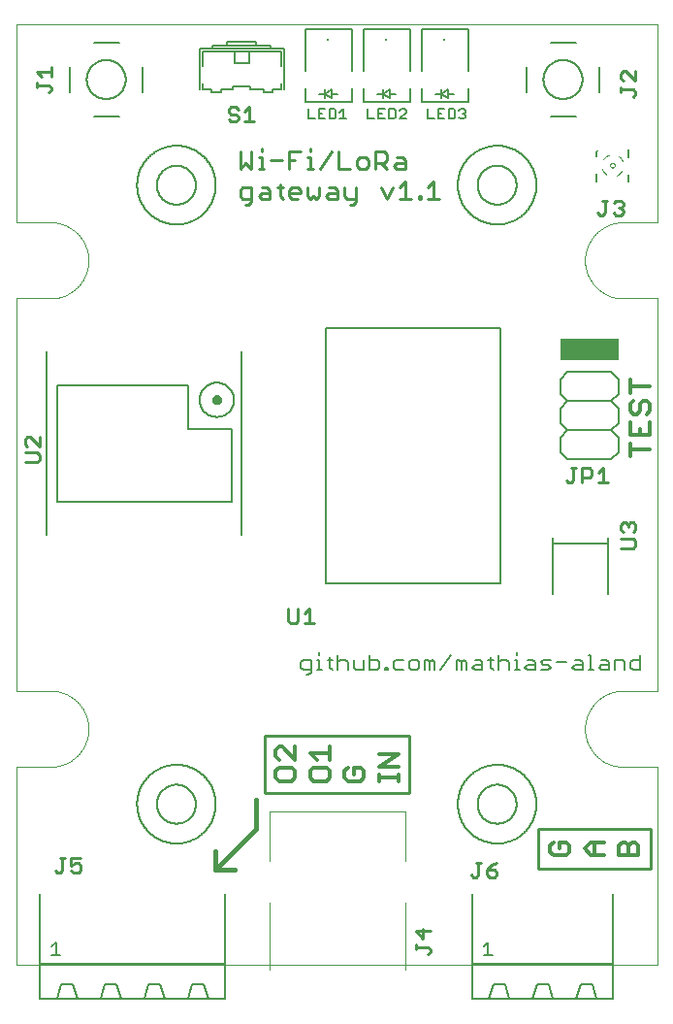
<source format=gto>
G75*
%MOIN*%
%OFA0B0*%
%FSLAX25Y25*%
%IPPOS*%
%LPD*%
%AMOC8*
5,1,8,0,0,1.08239X$1,22.5*
%
%ADD10C,0.00000*%
%ADD11C,0.01000*%
%ADD12C,0.01200*%
%ADD13C,0.01600*%
%ADD14R,0.20000X0.07500*%
%ADD15C,0.00800*%
%ADD16C,0.00600*%
%ADD17C,0.00400*%
%ADD18C,0.00900*%
%ADD19C,0.00500*%
%ADD20C,0.00787*%
%ADD21R,0.00787X0.00787*%
D10*
X0001400Y0025558D02*
X0001400Y0093471D01*
X0013231Y0093471D01*
X0013549Y0093475D01*
X0013867Y0093487D01*
X0014185Y0093506D01*
X0014502Y0093533D01*
X0014819Y0093568D01*
X0015134Y0093610D01*
X0015448Y0093660D01*
X0015762Y0093718D01*
X0016073Y0093784D01*
X0016383Y0093857D01*
X0016691Y0093937D01*
X0016997Y0094025D01*
X0017300Y0094121D01*
X0017602Y0094223D01*
X0017900Y0094333D01*
X0018196Y0094451D01*
X0018489Y0094575D01*
X0018779Y0094707D01*
X0019066Y0094845D01*
X0019349Y0094991D01*
X0019628Y0095143D01*
X0019904Y0095303D01*
X0020176Y0095468D01*
X0020443Y0095641D01*
X0020706Y0095820D01*
X0020965Y0096005D01*
X0021220Y0096196D01*
X0021469Y0096394D01*
X0021714Y0096598D01*
X0021954Y0096807D01*
X0022188Y0097022D01*
X0022417Y0097243D01*
X0022641Y0097470D01*
X0022859Y0097702D01*
X0023071Y0097939D01*
X0023278Y0098181D01*
X0023479Y0098428D01*
X0023673Y0098680D01*
X0023862Y0098937D01*
X0024044Y0099198D01*
X0024219Y0099463D01*
X0024388Y0099733D01*
X0024551Y0100007D01*
X0024707Y0100284D01*
X0024856Y0100565D01*
X0024998Y0100850D01*
X0025133Y0101138D01*
X0025261Y0101430D01*
X0025382Y0101724D01*
X0025495Y0102022D01*
X0025602Y0102322D01*
X0025701Y0102624D01*
X0025793Y0102929D01*
X0025877Y0103236D01*
X0025954Y0103545D01*
X0026023Y0103856D01*
X0026085Y0104168D01*
X0026139Y0104482D01*
X0026185Y0104796D01*
X0026224Y0105112D01*
X0026255Y0105429D01*
X0026278Y0105747D01*
X0026293Y0106065D01*
X0026301Y0106383D01*
X0026301Y0106701D01*
X0026293Y0107019D01*
X0026278Y0107337D01*
X0026255Y0107655D01*
X0026224Y0107972D01*
X0026185Y0108288D01*
X0026139Y0108602D01*
X0026085Y0108916D01*
X0026023Y0109228D01*
X0025954Y0109539D01*
X0025877Y0109848D01*
X0025793Y0110155D01*
X0025701Y0110460D01*
X0025602Y0110762D01*
X0025495Y0111062D01*
X0025382Y0111360D01*
X0025261Y0111654D01*
X0025133Y0111946D01*
X0024998Y0112234D01*
X0024856Y0112519D01*
X0024707Y0112800D01*
X0024551Y0113078D01*
X0024388Y0113351D01*
X0024219Y0113621D01*
X0024044Y0113886D01*
X0023862Y0114147D01*
X0023673Y0114404D01*
X0023479Y0114656D01*
X0023278Y0114903D01*
X0023071Y0115145D01*
X0022859Y0115382D01*
X0022641Y0115614D01*
X0022417Y0115841D01*
X0022188Y0116062D01*
X0021954Y0116277D01*
X0021714Y0116486D01*
X0021469Y0116690D01*
X0021220Y0116888D01*
X0020965Y0117079D01*
X0020706Y0117264D01*
X0020443Y0117443D01*
X0020176Y0117616D01*
X0019904Y0117781D01*
X0019628Y0117941D01*
X0019349Y0118093D01*
X0019066Y0118239D01*
X0018779Y0118377D01*
X0018489Y0118509D01*
X0018196Y0118633D01*
X0017900Y0118751D01*
X0017602Y0118861D01*
X0017300Y0118963D01*
X0016997Y0119059D01*
X0016691Y0119147D01*
X0016383Y0119227D01*
X0016073Y0119300D01*
X0015762Y0119366D01*
X0015448Y0119424D01*
X0015134Y0119474D01*
X0014819Y0119516D01*
X0014502Y0119551D01*
X0014185Y0119578D01*
X0013867Y0119597D01*
X0013549Y0119609D01*
X0013231Y0119613D01*
X0001400Y0119613D01*
X0001400Y0254337D01*
X0013231Y0254337D01*
X0013549Y0254341D01*
X0013867Y0254353D01*
X0014185Y0254372D01*
X0014502Y0254399D01*
X0014819Y0254434D01*
X0015134Y0254476D01*
X0015448Y0254526D01*
X0015762Y0254584D01*
X0016073Y0254650D01*
X0016383Y0254723D01*
X0016691Y0254803D01*
X0016997Y0254891D01*
X0017300Y0254987D01*
X0017602Y0255089D01*
X0017900Y0255199D01*
X0018196Y0255317D01*
X0018489Y0255441D01*
X0018779Y0255573D01*
X0019066Y0255711D01*
X0019349Y0255857D01*
X0019628Y0256009D01*
X0019904Y0256169D01*
X0020176Y0256334D01*
X0020443Y0256507D01*
X0020706Y0256686D01*
X0020965Y0256871D01*
X0021220Y0257062D01*
X0021469Y0257260D01*
X0021714Y0257464D01*
X0021954Y0257673D01*
X0022188Y0257888D01*
X0022417Y0258109D01*
X0022641Y0258336D01*
X0022859Y0258568D01*
X0023071Y0258805D01*
X0023278Y0259047D01*
X0023479Y0259294D01*
X0023673Y0259546D01*
X0023862Y0259803D01*
X0024044Y0260064D01*
X0024219Y0260329D01*
X0024388Y0260599D01*
X0024551Y0260873D01*
X0024707Y0261150D01*
X0024856Y0261431D01*
X0024998Y0261716D01*
X0025133Y0262004D01*
X0025261Y0262296D01*
X0025382Y0262590D01*
X0025495Y0262888D01*
X0025602Y0263188D01*
X0025701Y0263490D01*
X0025793Y0263795D01*
X0025877Y0264102D01*
X0025954Y0264411D01*
X0026023Y0264722D01*
X0026085Y0265034D01*
X0026139Y0265348D01*
X0026185Y0265662D01*
X0026224Y0265978D01*
X0026255Y0266295D01*
X0026278Y0266613D01*
X0026293Y0266931D01*
X0026301Y0267249D01*
X0026301Y0267567D01*
X0026293Y0267885D01*
X0026278Y0268203D01*
X0026255Y0268521D01*
X0026224Y0268838D01*
X0026185Y0269154D01*
X0026139Y0269468D01*
X0026085Y0269782D01*
X0026023Y0270094D01*
X0025954Y0270405D01*
X0025877Y0270714D01*
X0025793Y0271021D01*
X0025701Y0271326D01*
X0025602Y0271628D01*
X0025495Y0271928D01*
X0025382Y0272226D01*
X0025261Y0272520D01*
X0025133Y0272812D01*
X0024998Y0273100D01*
X0024856Y0273385D01*
X0024707Y0273666D01*
X0024551Y0273944D01*
X0024388Y0274217D01*
X0024219Y0274487D01*
X0024044Y0274752D01*
X0023862Y0275013D01*
X0023673Y0275270D01*
X0023479Y0275522D01*
X0023278Y0275769D01*
X0023071Y0276011D01*
X0022859Y0276248D01*
X0022641Y0276480D01*
X0022417Y0276707D01*
X0022188Y0276928D01*
X0021954Y0277143D01*
X0021714Y0277352D01*
X0021469Y0277556D01*
X0021220Y0277754D01*
X0020965Y0277945D01*
X0020706Y0278130D01*
X0020443Y0278309D01*
X0020176Y0278482D01*
X0019904Y0278647D01*
X0019628Y0278807D01*
X0019349Y0278959D01*
X0019066Y0279105D01*
X0018779Y0279243D01*
X0018489Y0279375D01*
X0018196Y0279499D01*
X0017900Y0279617D01*
X0017602Y0279727D01*
X0017300Y0279829D01*
X0016997Y0279925D01*
X0016691Y0280013D01*
X0016383Y0280093D01*
X0016073Y0280166D01*
X0015762Y0280232D01*
X0015448Y0280290D01*
X0015134Y0280340D01*
X0014819Y0280382D01*
X0014502Y0280417D01*
X0014185Y0280444D01*
X0013867Y0280463D01*
X0013549Y0280475D01*
X0013231Y0280479D01*
X0001400Y0280479D01*
X0001400Y0348392D01*
X0221872Y0348392D01*
X0221872Y0280479D01*
X0210042Y0280479D01*
X0209724Y0280475D01*
X0209406Y0280463D01*
X0209088Y0280444D01*
X0208771Y0280417D01*
X0208454Y0280382D01*
X0208139Y0280340D01*
X0207825Y0280290D01*
X0207511Y0280232D01*
X0207200Y0280166D01*
X0206890Y0280093D01*
X0206582Y0280013D01*
X0206276Y0279925D01*
X0205973Y0279829D01*
X0205671Y0279727D01*
X0205373Y0279617D01*
X0205077Y0279499D01*
X0204784Y0279375D01*
X0204494Y0279243D01*
X0204207Y0279105D01*
X0203924Y0278959D01*
X0203645Y0278807D01*
X0203369Y0278647D01*
X0203097Y0278482D01*
X0202830Y0278309D01*
X0202567Y0278130D01*
X0202308Y0277945D01*
X0202053Y0277754D01*
X0201804Y0277556D01*
X0201559Y0277352D01*
X0201319Y0277143D01*
X0201085Y0276928D01*
X0200856Y0276707D01*
X0200632Y0276480D01*
X0200414Y0276248D01*
X0200202Y0276011D01*
X0199995Y0275769D01*
X0199794Y0275522D01*
X0199600Y0275270D01*
X0199411Y0275013D01*
X0199229Y0274752D01*
X0199054Y0274487D01*
X0198885Y0274217D01*
X0198722Y0273944D01*
X0198566Y0273666D01*
X0198417Y0273385D01*
X0198275Y0273100D01*
X0198140Y0272812D01*
X0198012Y0272520D01*
X0197891Y0272226D01*
X0197778Y0271928D01*
X0197671Y0271628D01*
X0197572Y0271326D01*
X0197480Y0271021D01*
X0197396Y0270714D01*
X0197319Y0270405D01*
X0197250Y0270094D01*
X0197188Y0269782D01*
X0197134Y0269468D01*
X0197088Y0269154D01*
X0197049Y0268838D01*
X0197018Y0268521D01*
X0196995Y0268203D01*
X0196980Y0267885D01*
X0196972Y0267567D01*
X0196972Y0267249D01*
X0196980Y0266931D01*
X0196995Y0266613D01*
X0197018Y0266295D01*
X0197049Y0265978D01*
X0197088Y0265662D01*
X0197134Y0265348D01*
X0197188Y0265034D01*
X0197250Y0264722D01*
X0197319Y0264411D01*
X0197396Y0264102D01*
X0197480Y0263795D01*
X0197572Y0263490D01*
X0197671Y0263188D01*
X0197778Y0262888D01*
X0197891Y0262590D01*
X0198012Y0262296D01*
X0198140Y0262004D01*
X0198275Y0261716D01*
X0198417Y0261431D01*
X0198566Y0261150D01*
X0198722Y0260872D01*
X0198885Y0260599D01*
X0199054Y0260329D01*
X0199229Y0260064D01*
X0199411Y0259803D01*
X0199600Y0259546D01*
X0199794Y0259294D01*
X0199995Y0259047D01*
X0200202Y0258805D01*
X0200414Y0258568D01*
X0200632Y0258336D01*
X0200856Y0258109D01*
X0201085Y0257888D01*
X0201319Y0257673D01*
X0201559Y0257464D01*
X0201804Y0257260D01*
X0202053Y0257062D01*
X0202308Y0256871D01*
X0202567Y0256686D01*
X0202830Y0256507D01*
X0203097Y0256334D01*
X0203369Y0256169D01*
X0203645Y0256009D01*
X0203924Y0255857D01*
X0204207Y0255711D01*
X0204494Y0255573D01*
X0204784Y0255441D01*
X0205077Y0255317D01*
X0205373Y0255199D01*
X0205671Y0255089D01*
X0205973Y0254987D01*
X0206276Y0254891D01*
X0206582Y0254803D01*
X0206890Y0254723D01*
X0207200Y0254650D01*
X0207511Y0254584D01*
X0207825Y0254526D01*
X0208139Y0254476D01*
X0208454Y0254434D01*
X0208771Y0254399D01*
X0209088Y0254372D01*
X0209406Y0254353D01*
X0209724Y0254341D01*
X0210042Y0254337D01*
X0221872Y0254337D01*
X0221872Y0119613D01*
X0210042Y0119613D01*
X0209724Y0119609D01*
X0209406Y0119597D01*
X0209088Y0119578D01*
X0208771Y0119551D01*
X0208454Y0119516D01*
X0208139Y0119474D01*
X0207825Y0119424D01*
X0207511Y0119366D01*
X0207200Y0119300D01*
X0206890Y0119227D01*
X0206582Y0119147D01*
X0206276Y0119059D01*
X0205973Y0118963D01*
X0205671Y0118861D01*
X0205373Y0118751D01*
X0205077Y0118633D01*
X0204784Y0118509D01*
X0204494Y0118377D01*
X0204207Y0118239D01*
X0203924Y0118093D01*
X0203645Y0117941D01*
X0203369Y0117781D01*
X0203097Y0117616D01*
X0202830Y0117443D01*
X0202567Y0117264D01*
X0202308Y0117079D01*
X0202053Y0116888D01*
X0201804Y0116690D01*
X0201559Y0116486D01*
X0201319Y0116277D01*
X0201085Y0116062D01*
X0200856Y0115841D01*
X0200632Y0115614D01*
X0200414Y0115382D01*
X0200202Y0115145D01*
X0199995Y0114903D01*
X0199794Y0114656D01*
X0199600Y0114404D01*
X0199411Y0114147D01*
X0199229Y0113886D01*
X0199054Y0113621D01*
X0198885Y0113351D01*
X0198722Y0113077D01*
X0198566Y0112800D01*
X0198417Y0112519D01*
X0198275Y0112234D01*
X0198140Y0111946D01*
X0198012Y0111654D01*
X0197891Y0111360D01*
X0197778Y0111062D01*
X0197671Y0110762D01*
X0197572Y0110460D01*
X0197480Y0110155D01*
X0197396Y0109848D01*
X0197319Y0109539D01*
X0197250Y0109228D01*
X0197188Y0108916D01*
X0197134Y0108602D01*
X0197088Y0108288D01*
X0197049Y0107972D01*
X0197018Y0107655D01*
X0196995Y0107337D01*
X0196980Y0107019D01*
X0196972Y0106701D01*
X0196972Y0106383D01*
X0196980Y0106065D01*
X0196995Y0105747D01*
X0197018Y0105429D01*
X0197049Y0105112D01*
X0197088Y0104796D01*
X0197134Y0104482D01*
X0197188Y0104168D01*
X0197250Y0103856D01*
X0197319Y0103545D01*
X0197396Y0103236D01*
X0197480Y0102929D01*
X0197572Y0102624D01*
X0197671Y0102322D01*
X0197778Y0102022D01*
X0197891Y0101724D01*
X0198012Y0101430D01*
X0198140Y0101138D01*
X0198275Y0100850D01*
X0198417Y0100565D01*
X0198566Y0100284D01*
X0198722Y0100006D01*
X0198885Y0099733D01*
X0199054Y0099463D01*
X0199229Y0099198D01*
X0199411Y0098937D01*
X0199600Y0098680D01*
X0199794Y0098428D01*
X0199995Y0098181D01*
X0200202Y0097939D01*
X0200414Y0097702D01*
X0200632Y0097470D01*
X0200856Y0097243D01*
X0201085Y0097022D01*
X0201319Y0096807D01*
X0201559Y0096598D01*
X0201804Y0096394D01*
X0202053Y0096196D01*
X0202308Y0096005D01*
X0202567Y0095820D01*
X0202830Y0095641D01*
X0203097Y0095468D01*
X0203369Y0095303D01*
X0203645Y0095143D01*
X0203924Y0094991D01*
X0204207Y0094845D01*
X0204494Y0094707D01*
X0204784Y0094575D01*
X0205077Y0094451D01*
X0205373Y0094333D01*
X0205671Y0094223D01*
X0205973Y0094121D01*
X0206276Y0094025D01*
X0206582Y0093937D01*
X0206890Y0093857D01*
X0207200Y0093784D01*
X0207511Y0093718D01*
X0207825Y0093660D01*
X0208139Y0093610D01*
X0208454Y0093568D01*
X0208771Y0093533D01*
X0209088Y0093506D01*
X0209406Y0093487D01*
X0209724Y0093475D01*
X0210042Y0093471D01*
X0221872Y0093471D01*
X0221872Y0025558D01*
X0001400Y0025558D01*
D11*
X0086900Y0084558D02*
X0086900Y0104058D01*
X0136400Y0104058D01*
X0136400Y0084558D01*
X0086900Y0084558D01*
X0180900Y0072058D02*
X0180900Y0058558D01*
X0219400Y0058558D01*
X0219400Y0072058D01*
X0180900Y0072058D01*
X0146827Y0288558D02*
X0142897Y0288558D01*
X0144862Y0288558D02*
X0144862Y0294453D01*
X0142897Y0292488D01*
X0140708Y0289540D02*
X0140708Y0288558D01*
X0139725Y0288558D01*
X0139725Y0289540D01*
X0140708Y0289540D01*
X0137311Y0288558D02*
X0133381Y0288558D01*
X0135346Y0288558D02*
X0135346Y0294453D01*
X0133381Y0292488D01*
X0130967Y0292488D02*
X0129002Y0288558D01*
X0127037Y0292488D01*
X0128852Y0298892D02*
X0126888Y0300857D01*
X0127870Y0300857D02*
X0124923Y0300857D01*
X0124923Y0298892D02*
X0124923Y0304787D01*
X0127870Y0304787D01*
X0128852Y0303805D01*
X0128852Y0301840D01*
X0127870Y0300857D01*
X0131267Y0299875D02*
X0132249Y0300857D01*
X0135196Y0300857D01*
X0135196Y0301840D02*
X0135196Y0298892D01*
X0132249Y0298892D01*
X0131267Y0299875D01*
X0132249Y0302822D02*
X0134214Y0302822D01*
X0135196Y0301840D01*
X0122509Y0301840D02*
X0122509Y0299875D01*
X0121526Y0298892D01*
X0119561Y0298892D01*
X0118579Y0299875D01*
X0118579Y0301840D01*
X0119561Y0302822D01*
X0121526Y0302822D01*
X0122509Y0301840D01*
X0116165Y0298892D02*
X0112235Y0298892D01*
X0112235Y0304787D01*
X0109821Y0304787D02*
X0105891Y0298892D01*
X0103626Y0298892D02*
X0101661Y0298892D01*
X0102644Y0298892D02*
X0102644Y0302822D01*
X0101661Y0302822D01*
X0102644Y0304787D02*
X0102644Y0305770D01*
X0099247Y0304787D02*
X0095317Y0304787D01*
X0095317Y0298892D01*
X0095317Y0301840D02*
X0097282Y0301840D01*
X0092903Y0301840D02*
X0088973Y0301840D01*
X0085726Y0302822D02*
X0085726Y0298892D01*
X0084744Y0298892D02*
X0086709Y0298892D01*
X0085726Y0302822D02*
X0084744Y0302822D01*
X0085726Y0304787D02*
X0085726Y0305770D01*
X0082330Y0304787D02*
X0082330Y0298892D01*
X0080365Y0300857D01*
X0078400Y0298892D01*
X0078400Y0304787D01*
X0079382Y0292488D02*
X0078400Y0291505D01*
X0078400Y0289540D01*
X0079382Y0288558D01*
X0082330Y0288558D01*
X0082330Y0287575D02*
X0082330Y0292488D01*
X0079382Y0292488D01*
X0082330Y0287575D02*
X0081347Y0286593D01*
X0080365Y0286593D01*
X0084744Y0289540D02*
X0085726Y0290523D01*
X0088674Y0290523D01*
X0088674Y0291505D02*
X0088674Y0288558D01*
X0085726Y0288558D01*
X0084744Y0289540D01*
X0085726Y0292488D02*
X0087691Y0292488D01*
X0088674Y0291505D01*
X0091088Y0292488D02*
X0093053Y0292488D01*
X0092070Y0293470D02*
X0092070Y0289540D01*
X0093053Y0288558D01*
X0095317Y0289540D02*
X0095317Y0291505D01*
X0096300Y0292488D01*
X0098265Y0292488D01*
X0099247Y0291505D01*
X0099247Y0290523D01*
X0095317Y0290523D01*
X0095317Y0289540D02*
X0096300Y0288558D01*
X0098265Y0288558D01*
X0101661Y0289540D02*
X0101661Y0292488D01*
X0101661Y0289540D02*
X0102644Y0288558D01*
X0103626Y0289540D01*
X0104609Y0288558D01*
X0105591Y0289540D01*
X0105591Y0292488D01*
X0108988Y0292488D02*
X0110953Y0292488D01*
X0111935Y0291505D01*
X0111935Y0288558D01*
X0108988Y0288558D01*
X0108005Y0289540D01*
X0108988Y0290523D01*
X0111935Y0290523D01*
X0114349Y0289540D02*
X0115332Y0288558D01*
X0118279Y0288558D01*
X0118279Y0287575D02*
X0117297Y0286593D01*
X0116314Y0286593D01*
X0118279Y0287575D02*
X0118279Y0292488D01*
X0114349Y0292488D02*
X0114349Y0289540D01*
D12*
X0212557Y0226361D02*
X0212557Y0221907D01*
X0212557Y0224134D02*
X0219237Y0224134D01*
X0218124Y0219110D02*
X0219237Y0217997D01*
X0219237Y0215770D01*
X0218124Y0214657D01*
X0215897Y0215770D02*
X0215897Y0217997D01*
X0217010Y0219110D01*
X0218124Y0219110D01*
X0215897Y0215770D02*
X0214784Y0214657D01*
X0213671Y0214657D01*
X0212557Y0215770D01*
X0212557Y0217997D01*
X0213671Y0219110D01*
X0212557Y0211860D02*
X0212557Y0207407D01*
X0219237Y0207407D01*
X0219237Y0211860D01*
X0215897Y0209633D02*
X0215897Y0207407D01*
X0212557Y0204610D02*
X0212557Y0200157D01*
X0212557Y0202383D02*
X0219237Y0202383D01*
X0214187Y0067611D02*
X0213073Y0067611D01*
X0211960Y0066498D01*
X0211960Y0063158D01*
X0211960Y0066498D02*
X0210847Y0067611D01*
X0209734Y0067611D01*
X0208620Y0066498D01*
X0208620Y0063158D01*
X0215300Y0063158D01*
X0215300Y0066498D01*
X0214187Y0067611D01*
X0203489Y0067611D02*
X0199036Y0067611D01*
X0196809Y0065384D01*
X0199036Y0063158D01*
X0203489Y0063158D01*
X0200149Y0063158D02*
X0200149Y0067611D01*
X0191678Y0066498D02*
X0191678Y0064271D01*
X0190565Y0063158D01*
X0186112Y0063158D01*
X0184998Y0064271D01*
X0184998Y0066498D01*
X0186112Y0067611D01*
X0188338Y0067611D02*
X0188338Y0065384D01*
X0188338Y0067611D02*
X0190565Y0067611D01*
X0191678Y0066498D01*
X0132800Y0088658D02*
X0132800Y0090884D01*
X0132800Y0089771D02*
X0126120Y0089771D01*
X0126120Y0088658D02*
X0126120Y0090884D01*
X0126120Y0093491D02*
X0132800Y0097944D01*
X0126120Y0097944D01*
X0126120Y0093491D02*
X0132800Y0093491D01*
X0120989Y0091998D02*
X0119876Y0093111D01*
X0117649Y0093111D01*
X0117649Y0090884D01*
X0115423Y0088658D02*
X0119876Y0088658D01*
X0120989Y0089771D01*
X0120989Y0091998D01*
X0115423Y0093111D02*
X0114309Y0091998D01*
X0114309Y0089771D01*
X0115423Y0088658D01*
X0109178Y0089771D02*
X0109178Y0091998D01*
X0108065Y0093111D01*
X0103612Y0093111D01*
X0102498Y0091998D01*
X0102498Y0089771D01*
X0103612Y0088658D01*
X0108065Y0088658D01*
X0109178Y0089771D01*
X0109178Y0095908D02*
X0109178Y0100361D01*
X0109178Y0098135D02*
X0102498Y0098135D01*
X0104725Y0095908D01*
X0097367Y0095908D02*
X0092914Y0100361D01*
X0091800Y0100361D01*
X0090687Y0099248D01*
X0090687Y0097021D01*
X0091800Y0095908D01*
X0091800Y0093111D02*
X0090687Y0091998D01*
X0090687Y0089771D01*
X0091800Y0088658D01*
X0096254Y0088658D01*
X0097367Y0089771D01*
X0097367Y0091998D01*
X0096254Y0093111D01*
X0091800Y0093111D01*
X0097367Y0095908D02*
X0097367Y0100361D01*
D13*
X0083900Y0082058D02*
X0083900Y0072058D01*
X0069900Y0058058D01*
X0076400Y0058058D01*
X0069900Y0058058D02*
X0069900Y0064558D01*
X0069613Y0219558D02*
X0069615Y0219614D01*
X0069621Y0219669D01*
X0069631Y0219723D01*
X0069644Y0219777D01*
X0069662Y0219830D01*
X0069683Y0219881D01*
X0069707Y0219931D01*
X0069735Y0219979D01*
X0069767Y0220025D01*
X0069801Y0220069D01*
X0069839Y0220110D01*
X0069879Y0220148D01*
X0069922Y0220183D01*
X0069967Y0220215D01*
X0070015Y0220244D01*
X0070064Y0220270D01*
X0070115Y0220292D01*
X0070167Y0220310D01*
X0070221Y0220324D01*
X0070276Y0220335D01*
X0070331Y0220342D01*
X0070386Y0220345D01*
X0070442Y0220344D01*
X0070497Y0220339D01*
X0070552Y0220330D01*
X0070606Y0220318D01*
X0070659Y0220301D01*
X0070711Y0220281D01*
X0070761Y0220257D01*
X0070809Y0220230D01*
X0070856Y0220200D01*
X0070900Y0220166D01*
X0070942Y0220129D01*
X0070980Y0220089D01*
X0071017Y0220047D01*
X0071050Y0220002D01*
X0071079Y0219956D01*
X0071106Y0219907D01*
X0071128Y0219856D01*
X0071148Y0219804D01*
X0071163Y0219750D01*
X0071175Y0219696D01*
X0071183Y0219641D01*
X0071187Y0219586D01*
X0071187Y0219530D01*
X0071183Y0219475D01*
X0071175Y0219420D01*
X0071163Y0219366D01*
X0071148Y0219312D01*
X0071128Y0219260D01*
X0071106Y0219209D01*
X0071079Y0219160D01*
X0071050Y0219114D01*
X0071017Y0219069D01*
X0070980Y0219027D01*
X0070942Y0218987D01*
X0070900Y0218950D01*
X0070856Y0218916D01*
X0070809Y0218886D01*
X0070761Y0218859D01*
X0070711Y0218835D01*
X0070659Y0218815D01*
X0070606Y0218798D01*
X0070552Y0218786D01*
X0070497Y0218777D01*
X0070442Y0218772D01*
X0070386Y0218771D01*
X0070331Y0218774D01*
X0070276Y0218781D01*
X0070221Y0218792D01*
X0070167Y0218806D01*
X0070115Y0218824D01*
X0070064Y0218846D01*
X0070015Y0218872D01*
X0069967Y0218901D01*
X0069922Y0218933D01*
X0069879Y0218968D01*
X0069839Y0219006D01*
X0069801Y0219047D01*
X0069767Y0219091D01*
X0069735Y0219137D01*
X0069707Y0219185D01*
X0069683Y0219235D01*
X0069662Y0219286D01*
X0069644Y0219339D01*
X0069631Y0219393D01*
X0069621Y0219447D01*
X0069615Y0219502D01*
X0069613Y0219558D01*
D14*
X0198400Y0236808D03*
D15*
X0200888Y0294546D02*
X0200888Y0297007D01*
X0200888Y0303010D02*
X0200888Y0304585D01*
X0201331Y0305028D01*
X0193731Y0316959D02*
X0185069Y0316959D01*
X0176802Y0325227D02*
X0176802Y0333888D01*
X0185069Y0342156D02*
X0193731Y0342156D01*
X0201998Y0333888D02*
X0201998Y0325227D01*
X0211912Y0305570D02*
X0211912Y0302961D01*
X0211912Y0296957D02*
X0211912Y0294546D01*
X0182707Y0329558D02*
X0182709Y0329722D01*
X0182715Y0329886D01*
X0182725Y0330050D01*
X0182739Y0330214D01*
X0182757Y0330377D01*
X0182779Y0330540D01*
X0182806Y0330702D01*
X0182836Y0330864D01*
X0182870Y0331024D01*
X0182908Y0331184D01*
X0182949Y0331343D01*
X0182995Y0331501D01*
X0183045Y0331657D01*
X0183098Y0331813D01*
X0183155Y0331967D01*
X0183216Y0332119D01*
X0183281Y0332270D01*
X0183350Y0332420D01*
X0183422Y0332567D01*
X0183497Y0332713D01*
X0183577Y0332857D01*
X0183659Y0332999D01*
X0183745Y0333139D01*
X0183835Y0333276D01*
X0183928Y0333412D01*
X0184024Y0333545D01*
X0184124Y0333676D01*
X0184226Y0333804D01*
X0184332Y0333930D01*
X0184441Y0334053D01*
X0184553Y0334173D01*
X0184667Y0334291D01*
X0184785Y0334405D01*
X0184905Y0334517D01*
X0185028Y0334626D01*
X0185154Y0334732D01*
X0185282Y0334834D01*
X0185413Y0334934D01*
X0185546Y0335030D01*
X0185682Y0335123D01*
X0185819Y0335213D01*
X0185959Y0335299D01*
X0186101Y0335381D01*
X0186245Y0335461D01*
X0186391Y0335536D01*
X0186538Y0335608D01*
X0186688Y0335677D01*
X0186839Y0335742D01*
X0186991Y0335803D01*
X0187145Y0335860D01*
X0187301Y0335913D01*
X0187457Y0335963D01*
X0187615Y0336009D01*
X0187774Y0336050D01*
X0187934Y0336088D01*
X0188094Y0336122D01*
X0188256Y0336152D01*
X0188418Y0336179D01*
X0188581Y0336201D01*
X0188744Y0336219D01*
X0188908Y0336233D01*
X0189072Y0336243D01*
X0189236Y0336249D01*
X0189400Y0336251D01*
X0189564Y0336249D01*
X0189728Y0336243D01*
X0189892Y0336233D01*
X0190056Y0336219D01*
X0190219Y0336201D01*
X0190382Y0336179D01*
X0190544Y0336152D01*
X0190706Y0336122D01*
X0190866Y0336088D01*
X0191026Y0336050D01*
X0191185Y0336009D01*
X0191343Y0335963D01*
X0191499Y0335913D01*
X0191655Y0335860D01*
X0191809Y0335803D01*
X0191961Y0335742D01*
X0192112Y0335677D01*
X0192262Y0335608D01*
X0192409Y0335536D01*
X0192555Y0335461D01*
X0192699Y0335381D01*
X0192841Y0335299D01*
X0192981Y0335213D01*
X0193118Y0335123D01*
X0193254Y0335030D01*
X0193387Y0334934D01*
X0193518Y0334834D01*
X0193646Y0334732D01*
X0193772Y0334626D01*
X0193895Y0334517D01*
X0194015Y0334405D01*
X0194133Y0334291D01*
X0194247Y0334173D01*
X0194359Y0334053D01*
X0194468Y0333930D01*
X0194574Y0333804D01*
X0194676Y0333676D01*
X0194776Y0333545D01*
X0194872Y0333412D01*
X0194965Y0333276D01*
X0195055Y0333139D01*
X0195141Y0332999D01*
X0195223Y0332857D01*
X0195303Y0332713D01*
X0195378Y0332567D01*
X0195450Y0332420D01*
X0195519Y0332270D01*
X0195584Y0332119D01*
X0195645Y0331967D01*
X0195702Y0331813D01*
X0195755Y0331657D01*
X0195805Y0331501D01*
X0195851Y0331343D01*
X0195892Y0331184D01*
X0195930Y0331024D01*
X0195964Y0330864D01*
X0195994Y0330702D01*
X0196021Y0330540D01*
X0196043Y0330377D01*
X0196061Y0330214D01*
X0196075Y0330050D01*
X0196085Y0329886D01*
X0196091Y0329722D01*
X0196093Y0329558D01*
X0196091Y0329394D01*
X0196085Y0329230D01*
X0196075Y0329066D01*
X0196061Y0328902D01*
X0196043Y0328739D01*
X0196021Y0328576D01*
X0195994Y0328414D01*
X0195964Y0328252D01*
X0195930Y0328092D01*
X0195892Y0327932D01*
X0195851Y0327773D01*
X0195805Y0327615D01*
X0195755Y0327459D01*
X0195702Y0327303D01*
X0195645Y0327149D01*
X0195584Y0326997D01*
X0195519Y0326846D01*
X0195450Y0326696D01*
X0195378Y0326549D01*
X0195303Y0326403D01*
X0195223Y0326259D01*
X0195141Y0326117D01*
X0195055Y0325977D01*
X0194965Y0325840D01*
X0194872Y0325704D01*
X0194776Y0325571D01*
X0194676Y0325440D01*
X0194574Y0325312D01*
X0194468Y0325186D01*
X0194359Y0325063D01*
X0194247Y0324943D01*
X0194133Y0324825D01*
X0194015Y0324711D01*
X0193895Y0324599D01*
X0193772Y0324490D01*
X0193646Y0324384D01*
X0193518Y0324282D01*
X0193387Y0324182D01*
X0193254Y0324086D01*
X0193118Y0323993D01*
X0192981Y0323903D01*
X0192841Y0323817D01*
X0192699Y0323735D01*
X0192555Y0323655D01*
X0192409Y0323580D01*
X0192262Y0323508D01*
X0192112Y0323439D01*
X0191961Y0323374D01*
X0191809Y0323313D01*
X0191655Y0323256D01*
X0191499Y0323203D01*
X0191343Y0323153D01*
X0191185Y0323107D01*
X0191026Y0323066D01*
X0190866Y0323028D01*
X0190706Y0322994D01*
X0190544Y0322964D01*
X0190382Y0322937D01*
X0190219Y0322915D01*
X0190056Y0322897D01*
X0189892Y0322883D01*
X0189728Y0322873D01*
X0189564Y0322867D01*
X0189400Y0322865D01*
X0189236Y0322867D01*
X0189072Y0322873D01*
X0188908Y0322883D01*
X0188744Y0322897D01*
X0188581Y0322915D01*
X0188418Y0322937D01*
X0188256Y0322964D01*
X0188094Y0322994D01*
X0187934Y0323028D01*
X0187774Y0323066D01*
X0187615Y0323107D01*
X0187457Y0323153D01*
X0187301Y0323203D01*
X0187145Y0323256D01*
X0186991Y0323313D01*
X0186839Y0323374D01*
X0186688Y0323439D01*
X0186538Y0323508D01*
X0186391Y0323580D01*
X0186245Y0323655D01*
X0186101Y0323735D01*
X0185959Y0323817D01*
X0185819Y0323903D01*
X0185682Y0323993D01*
X0185546Y0324086D01*
X0185413Y0324182D01*
X0185282Y0324282D01*
X0185154Y0324384D01*
X0185028Y0324490D01*
X0184905Y0324599D01*
X0184785Y0324711D01*
X0184667Y0324825D01*
X0184553Y0324943D01*
X0184441Y0325063D01*
X0184332Y0325186D01*
X0184226Y0325312D01*
X0184124Y0325440D01*
X0184024Y0325571D01*
X0183928Y0325704D01*
X0183835Y0325840D01*
X0183745Y0325977D01*
X0183659Y0326117D01*
X0183577Y0326259D01*
X0183497Y0326403D01*
X0183422Y0326549D01*
X0183350Y0326696D01*
X0183281Y0326846D01*
X0183216Y0326997D01*
X0183155Y0327149D01*
X0183098Y0327303D01*
X0183045Y0327459D01*
X0182995Y0327615D01*
X0182949Y0327773D01*
X0182908Y0327932D01*
X0182870Y0328092D01*
X0182836Y0328252D01*
X0182806Y0328414D01*
X0182779Y0328576D01*
X0182757Y0328739D01*
X0182739Y0328902D01*
X0182725Y0329066D01*
X0182715Y0329230D01*
X0182709Y0329394D01*
X0182707Y0329558D01*
X0185951Y0172125D02*
X0185951Y0170156D01*
X0204849Y0170156D01*
X0204849Y0152991D01*
X0204849Y0170156D02*
X0204849Y0172125D01*
X0185951Y0170156D02*
X0185951Y0152991D01*
X0185228Y0130178D02*
X0182674Y0130178D01*
X0181822Y0129326D01*
X0182674Y0128475D01*
X0184377Y0128475D01*
X0185228Y0127623D01*
X0184377Y0126772D01*
X0181822Y0126772D01*
X0179791Y0126772D02*
X0177236Y0126772D01*
X0176384Y0127623D01*
X0177236Y0128475D01*
X0179791Y0128475D01*
X0179791Y0129326D02*
X0179791Y0126772D01*
X0179791Y0129326D02*
X0178939Y0130178D01*
X0177236Y0130178D01*
X0174462Y0126772D02*
X0172759Y0126772D01*
X0173611Y0126772D02*
X0173611Y0130178D01*
X0172759Y0130178D01*
X0173611Y0131881D02*
X0173611Y0132733D01*
X0170728Y0129326D02*
X0170728Y0126772D01*
X0170728Y0129326D02*
X0169876Y0130178D01*
X0168173Y0130178D01*
X0167321Y0129326D01*
X0165399Y0130178D02*
X0163696Y0130178D01*
X0164548Y0131030D02*
X0164548Y0127623D01*
X0165399Y0126772D01*
X0167321Y0126772D02*
X0167321Y0131881D01*
X0161665Y0129326D02*
X0161665Y0126772D01*
X0159110Y0126772D01*
X0158259Y0127623D01*
X0159110Y0128475D01*
X0161665Y0128475D01*
X0161665Y0129326D02*
X0160813Y0130178D01*
X0159110Y0130178D01*
X0156227Y0129326D02*
X0156227Y0126772D01*
X0154524Y0126772D02*
X0154524Y0129326D01*
X0155376Y0130178D01*
X0156227Y0129326D01*
X0154524Y0129326D02*
X0153672Y0130178D01*
X0152821Y0130178D01*
X0152821Y0126772D01*
X0147383Y0126772D02*
X0150790Y0131881D01*
X0145352Y0129326D02*
X0145352Y0126772D01*
X0143649Y0126772D02*
X0143649Y0129326D01*
X0144500Y0130178D01*
X0145352Y0129326D01*
X0143649Y0129326D02*
X0142797Y0130178D01*
X0141945Y0130178D01*
X0141945Y0126772D01*
X0139914Y0127623D02*
X0139914Y0129326D01*
X0139063Y0130178D01*
X0137359Y0130178D01*
X0136508Y0129326D01*
X0136508Y0127623D01*
X0137359Y0126772D01*
X0139063Y0126772D01*
X0139914Y0127623D01*
X0134477Y0126772D02*
X0131922Y0126772D01*
X0131070Y0127623D01*
X0131070Y0129326D01*
X0131922Y0130178D01*
X0134477Y0130178D01*
X0129203Y0127623D02*
X0129203Y0126772D01*
X0128351Y0126772D01*
X0128351Y0127623D01*
X0129203Y0127623D01*
X0126320Y0127623D02*
X0126320Y0129326D01*
X0125468Y0130178D01*
X0122913Y0130178D01*
X0122913Y0131881D02*
X0122913Y0126772D01*
X0125468Y0126772D01*
X0126320Y0127623D01*
X0120882Y0126772D02*
X0120882Y0130178D01*
X0117476Y0130178D02*
X0117476Y0127623D01*
X0118327Y0126772D01*
X0120882Y0126772D01*
X0115445Y0126772D02*
X0115445Y0129326D01*
X0114593Y0130178D01*
X0112890Y0130178D01*
X0112038Y0129326D01*
X0110116Y0130178D02*
X0108413Y0130178D01*
X0109264Y0131030D02*
X0109264Y0127623D01*
X0110116Y0126772D01*
X0112038Y0126772D02*
X0112038Y0131881D01*
X0105639Y0131881D02*
X0105639Y0132733D01*
X0105639Y0130178D02*
X0104788Y0130178D01*
X0105639Y0130178D02*
X0105639Y0126772D01*
X0104788Y0126772D02*
X0106491Y0126772D01*
X0102757Y0126772D02*
X0100202Y0126772D01*
X0099350Y0127623D01*
X0099350Y0129326D01*
X0100202Y0130178D01*
X0102757Y0130178D01*
X0102757Y0125920D01*
X0101905Y0125068D01*
X0101053Y0125068D01*
X0187260Y0129326D02*
X0190666Y0129326D01*
X0192697Y0127623D02*
X0193549Y0128475D01*
X0196104Y0128475D01*
X0196104Y0129326D02*
X0196104Y0126772D01*
X0193549Y0126772D01*
X0192697Y0127623D01*
X0193549Y0130178D02*
X0195252Y0130178D01*
X0196104Y0129326D01*
X0198135Y0126772D02*
X0199838Y0126772D01*
X0198987Y0126772D02*
X0198987Y0131881D01*
X0198135Y0131881D01*
X0202612Y0130178D02*
X0204315Y0130178D01*
X0205167Y0129326D01*
X0205167Y0126772D01*
X0202612Y0126772D01*
X0201760Y0127623D01*
X0202612Y0128475D01*
X0205167Y0128475D01*
X0207198Y0130178D02*
X0209753Y0130178D01*
X0210604Y0129326D01*
X0210604Y0126772D01*
X0212636Y0127623D02*
X0212636Y0129326D01*
X0213487Y0130178D01*
X0216042Y0130178D01*
X0216042Y0131881D02*
X0216042Y0126772D01*
X0213487Y0126772D01*
X0212636Y0127623D01*
X0207198Y0126772D02*
X0207198Y0130178D01*
X0044998Y0325227D02*
X0044998Y0333888D01*
X0036731Y0342156D02*
X0028069Y0342156D01*
X0019802Y0333888D02*
X0019802Y0325227D01*
X0028069Y0316959D02*
X0036731Y0316959D01*
X0025707Y0329558D02*
X0025709Y0329722D01*
X0025715Y0329886D01*
X0025725Y0330050D01*
X0025739Y0330214D01*
X0025757Y0330377D01*
X0025779Y0330540D01*
X0025806Y0330702D01*
X0025836Y0330864D01*
X0025870Y0331024D01*
X0025908Y0331184D01*
X0025949Y0331343D01*
X0025995Y0331501D01*
X0026045Y0331657D01*
X0026098Y0331813D01*
X0026155Y0331967D01*
X0026216Y0332119D01*
X0026281Y0332270D01*
X0026350Y0332420D01*
X0026422Y0332567D01*
X0026497Y0332713D01*
X0026577Y0332857D01*
X0026659Y0332999D01*
X0026745Y0333139D01*
X0026835Y0333276D01*
X0026928Y0333412D01*
X0027024Y0333545D01*
X0027124Y0333676D01*
X0027226Y0333804D01*
X0027332Y0333930D01*
X0027441Y0334053D01*
X0027553Y0334173D01*
X0027667Y0334291D01*
X0027785Y0334405D01*
X0027905Y0334517D01*
X0028028Y0334626D01*
X0028154Y0334732D01*
X0028282Y0334834D01*
X0028413Y0334934D01*
X0028546Y0335030D01*
X0028682Y0335123D01*
X0028819Y0335213D01*
X0028959Y0335299D01*
X0029101Y0335381D01*
X0029245Y0335461D01*
X0029391Y0335536D01*
X0029538Y0335608D01*
X0029688Y0335677D01*
X0029839Y0335742D01*
X0029991Y0335803D01*
X0030145Y0335860D01*
X0030301Y0335913D01*
X0030457Y0335963D01*
X0030615Y0336009D01*
X0030774Y0336050D01*
X0030934Y0336088D01*
X0031094Y0336122D01*
X0031256Y0336152D01*
X0031418Y0336179D01*
X0031581Y0336201D01*
X0031744Y0336219D01*
X0031908Y0336233D01*
X0032072Y0336243D01*
X0032236Y0336249D01*
X0032400Y0336251D01*
X0032564Y0336249D01*
X0032728Y0336243D01*
X0032892Y0336233D01*
X0033056Y0336219D01*
X0033219Y0336201D01*
X0033382Y0336179D01*
X0033544Y0336152D01*
X0033706Y0336122D01*
X0033866Y0336088D01*
X0034026Y0336050D01*
X0034185Y0336009D01*
X0034343Y0335963D01*
X0034499Y0335913D01*
X0034655Y0335860D01*
X0034809Y0335803D01*
X0034961Y0335742D01*
X0035112Y0335677D01*
X0035262Y0335608D01*
X0035409Y0335536D01*
X0035555Y0335461D01*
X0035699Y0335381D01*
X0035841Y0335299D01*
X0035981Y0335213D01*
X0036118Y0335123D01*
X0036254Y0335030D01*
X0036387Y0334934D01*
X0036518Y0334834D01*
X0036646Y0334732D01*
X0036772Y0334626D01*
X0036895Y0334517D01*
X0037015Y0334405D01*
X0037133Y0334291D01*
X0037247Y0334173D01*
X0037359Y0334053D01*
X0037468Y0333930D01*
X0037574Y0333804D01*
X0037676Y0333676D01*
X0037776Y0333545D01*
X0037872Y0333412D01*
X0037965Y0333276D01*
X0038055Y0333139D01*
X0038141Y0332999D01*
X0038223Y0332857D01*
X0038303Y0332713D01*
X0038378Y0332567D01*
X0038450Y0332420D01*
X0038519Y0332270D01*
X0038584Y0332119D01*
X0038645Y0331967D01*
X0038702Y0331813D01*
X0038755Y0331657D01*
X0038805Y0331501D01*
X0038851Y0331343D01*
X0038892Y0331184D01*
X0038930Y0331024D01*
X0038964Y0330864D01*
X0038994Y0330702D01*
X0039021Y0330540D01*
X0039043Y0330377D01*
X0039061Y0330214D01*
X0039075Y0330050D01*
X0039085Y0329886D01*
X0039091Y0329722D01*
X0039093Y0329558D01*
X0039091Y0329394D01*
X0039085Y0329230D01*
X0039075Y0329066D01*
X0039061Y0328902D01*
X0039043Y0328739D01*
X0039021Y0328576D01*
X0038994Y0328414D01*
X0038964Y0328252D01*
X0038930Y0328092D01*
X0038892Y0327932D01*
X0038851Y0327773D01*
X0038805Y0327615D01*
X0038755Y0327459D01*
X0038702Y0327303D01*
X0038645Y0327149D01*
X0038584Y0326997D01*
X0038519Y0326846D01*
X0038450Y0326696D01*
X0038378Y0326549D01*
X0038303Y0326403D01*
X0038223Y0326259D01*
X0038141Y0326117D01*
X0038055Y0325977D01*
X0037965Y0325840D01*
X0037872Y0325704D01*
X0037776Y0325571D01*
X0037676Y0325440D01*
X0037574Y0325312D01*
X0037468Y0325186D01*
X0037359Y0325063D01*
X0037247Y0324943D01*
X0037133Y0324825D01*
X0037015Y0324711D01*
X0036895Y0324599D01*
X0036772Y0324490D01*
X0036646Y0324384D01*
X0036518Y0324282D01*
X0036387Y0324182D01*
X0036254Y0324086D01*
X0036118Y0323993D01*
X0035981Y0323903D01*
X0035841Y0323817D01*
X0035699Y0323735D01*
X0035555Y0323655D01*
X0035409Y0323580D01*
X0035262Y0323508D01*
X0035112Y0323439D01*
X0034961Y0323374D01*
X0034809Y0323313D01*
X0034655Y0323256D01*
X0034499Y0323203D01*
X0034343Y0323153D01*
X0034185Y0323107D01*
X0034026Y0323066D01*
X0033866Y0323028D01*
X0033706Y0322994D01*
X0033544Y0322964D01*
X0033382Y0322937D01*
X0033219Y0322915D01*
X0033056Y0322897D01*
X0032892Y0322883D01*
X0032728Y0322873D01*
X0032564Y0322867D01*
X0032400Y0322865D01*
X0032236Y0322867D01*
X0032072Y0322873D01*
X0031908Y0322883D01*
X0031744Y0322897D01*
X0031581Y0322915D01*
X0031418Y0322937D01*
X0031256Y0322964D01*
X0031094Y0322994D01*
X0030934Y0323028D01*
X0030774Y0323066D01*
X0030615Y0323107D01*
X0030457Y0323153D01*
X0030301Y0323203D01*
X0030145Y0323256D01*
X0029991Y0323313D01*
X0029839Y0323374D01*
X0029688Y0323439D01*
X0029538Y0323508D01*
X0029391Y0323580D01*
X0029245Y0323655D01*
X0029101Y0323735D01*
X0028959Y0323817D01*
X0028819Y0323903D01*
X0028682Y0323993D01*
X0028546Y0324086D01*
X0028413Y0324182D01*
X0028282Y0324282D01*
X0028154Y0324384D01*
X0028028Y0324490D01*
X0027905Y0324599D01*
X0027785Y0324711D01*
X0027667Y0324825D01*
X0027553Y0324943D01*
X0027441Y0325063D01*
X0027332Y0325186D01*
X0027226Y0325312D01*
X0027124Y0325440D01*
X0027024Y0325571D01*
X0026928Y0325704D01*
X0026835Y0325840D01*
X0026745Y0325977D01*
X0026659Y0326117D01*
X0026577Y0326259D01*
X0026497Y0326403D01*
X0026422Y0326549D01*
X0026350Y0326696D01*
X0026281Y0326846D01*
X0026216Y0326997D01*
X0026155Y0327149D01*
X0026098Y0327303D01*
X0026045Y0327459D01*
X0025995Y0327615D01*
X0025949Y0327773D01*
X0025908Y0327932D01*
X0025870Y0328092D01*
X0025836Y0328252D01*
X0025806Y0328414D01*
X0025779Y0328576D01*
X0025757Y0328739D01*
X0025739Y0328902D01*
X0025725Y0329066D01*
X0025715Y0329230D01*
X0025709Y0329394D01*
X0025707Y0329558D01*
D16*
X0009668Y0025833D02*
X0009668Y0013833D01*
X0015400Y0013833D01*
X0022400Y0013833D01*
X0030400Y0013833D01*
X0037400Y0013833D01*
X0045400Y0013833D01*
X0046900Y0018833D01*
X0050900Y0018833D01*
X0052400Y0013833D01*
X0060400Y0013833D01*
X0061900Y0018833D01*
X0065900Y0018833D01*
X0067400Y0013833D01*
X0073132Y0013833D01*
X0073132Y0025833D01*
X0073132Y0049857D01*
X0073132Y0025833D02*
X0009668Y0025833D01*
X0009668Y0049857D01*
X0016900Y0018833D02*
X0015400Y0013833D01*
X0016900Y0018833D02*
X0020900Y0018833D01*
X0022400Y0013833D01*
X0030400Y0013833D02*
X0031900Y0018833D01*
X0035900Y0018833D01*
X0037400Y0013833D01*
X0045400Y0013833D02*
X0052400Y0013833D01*
X0060400Y0013833D02*
X0067400Y0013833D01*
X0049825Y0080676D02*
X0049827Y0080840D01*
X0049833Y0081004D01*
X0049843Y0081168D01*
X0049857Y0081332D01*
X0049875Y0081495D01*
X0049897Y0081658D01*
X0049924Y0081820D01*
X0049954Y0081982D01*
X0049988Y0082142D01*
X0050026Y0082302D01*
X0050067Y0082461D01*
X0050113Y0082619D01*
X0050163Y0082775D01*
X0050216Y0082931D01*
X0050273Y0083085D01*
X0050334Y0083237D01*
X0050399Y0083388D01*
X0050468Y0083538D01*
X0050540Y0083685D01*
X0050615Y0083831D01*
X0050695Y0083975D01*
X0050777Y0084117D01*
X0050863Y0084257D01*
X0050953Y0084394D01*
X0051046Y0084530D01*
X0051142Y0084663D01*
X0051242Y0084794D01*
X0051344Y0084922D01*
X0051450Y0085048D01*
X0051559Y0085171D01*
X0051671Y0085291D01*
X0051785Y0085409D01*
X0051903Y0085523D01*
X0052023Y0085635D01*
X0052146Y0085744D01*
X0052272Y0085850D01*
X0052400Y0085952D01*
X0052531Y0086052D01*
X0052664Y0086148D01*
X0052800Y0086241D01*
X0052937Y0086331D01*
X0053077Y0086417D01*
X0053219Y0086499D01*
X0053363Y0086579D01*
X0053509Y0086654D01*
X0053656Y0086726D01*
X0053806Y0086795D01*
X0053957Y0086860D01*
X0054109Y0086921D01*
X0054263Y0086978D01*
X0054419Y0087031D01*
X0054575Y0087081D01*
X0054733Y0087127D01*
X0054892Y0087168D01*
X0055052Y0087206D01*
X0055212Y0087240D01*
X0055374Y0087270D01*
X0055536Y0087297D01*
X0055699Y0087319D01*
X0055862Y0087337D01*
X0056026Y0087351D01*
X0056190Y0087361D01*
X0056354Y0087367D01*
X0056518Y0087369D01*
X0056682Y0087367D01*
X0056846Y0087361D01*
X0057010Y0087351D01*
X0057174Y0087337D01*
X0057337Y0087319D01*
X0057500Y0087297D01*
X0057662Y0087270D01*
X0057824Y0087240D01*
X0057984Y0087206D01*
X0058144Y0087168D01*
X0058303Y0087127D01*
X0058461Y0087081D01*
X0058617Y0087031D01*
X0058773Y0086978D01*
X0058927Y0086921D01*
X0059079Y0086860D01*
X0059230Y0086795D01*
X0059380Y0086726D01*
X0059527Y0086654D01*
X0059673Y0086579D01*
X0059817Y0086499D01*
X0059959Y0086417D01*
X0060099Y0086331D01*
X0060236Y0086241D01*
X0060372Y0086148D01*
X0060505Y0086052D01*
X0060636Y0085952D01*
X0060764Y0085850D01*
X0060890Y0085744D01*
X0061013Y0085635D01*
X0061133Y0085523D01*
X0061251Y0085409D01*
X0061365Y0085291D01*
X0061477Y0085171D01*
X0061586Y0085048D01*
X0061692Y0084922D01*
X0061794Y0084794D01*
X0061894Y0084663D01*
X0061990Y0084530D01*
X0062083Y0084394D01*
X0062173Y0084257D01*
X0062259Y0084117D01*
X0062341Y0083975D01*
X0062421Y0083831D01*
X0062496Y0083685D01*
X0062568Y0083538D01*
X0062637Y0083388D01*
X0062702Y0083237D01*
X0062763Y0083085D01*
X0062820Y0082931D01*
X0062873Y0082775D01*
X0062923Y0082619D01*
X0062969Y0082461D01*
X0063010Y0082302D01*
X0063048Y0082142D01*
X0063082Y0081982D01*
X0063112Y0081820D01*
X0063139Y0081658D01*
X0063161Y0081495D01*
X0063179Y0081332D01*
X0063193Y0081168D01*
X0063203Y0081004D01*
X0063209Y0080840D01*
X0063211Y0080676D01*
X0063209Y0080512D01*
X0063203Y0080348D01*
X0063193Y0080184D01*
X0063179Y0080020D01*
X0063161Y0079857D01*
X0063139Y0079694D01*
X0063112Y0079532D01*
X0063082Y0079370D01*
X0063048Y0079210D01*
X0063010Y0079050D01*
X0062969Y0078891D01*
X0062923Y0078733D01*
X0062873Y0078577D01*
X0062820Y0078421D01*
X0062763Y0078267D01*
X0062702Y0078115D01*
X0062637Y0077964D01*
X0062568Y0077814D01*
X0062496Y0077667D01*
X0062421Y0077521D01*
X0062341Y0077377D01*
X0062259Y0077235D01*
X0062173Y0077095D01*
X0062083Y0076958D01*
X0061990Y0076822D01*
X0061894Y0076689D01*
X0061794Y0076558D01*
X0061692Y0076430D01*
X0061586Y0076304D01*
X0061477Y0076181D01*
X0061365Y0076061D01*
X0061251Y0075943D01*
X0061133Y0075829D01*
X0061013Y0075717D01*
X0060890Y0075608D01*
X0060764Y0075502D01*
X0060636Y0075400D01*
X0060505Y0075300D01*
X0060372Y0075204D01*
X0060236Y0075111D01*
X0060099Y0075021D01*
X0059959Y0074935D01*
X0059817Y0074853D01*
X0059673Y0074773D01*
X0059527Y0074698D01*
X0059380Y0074626D01*
X0059230Y0074557D01*
X0059079Y0074492D01*
X0058927Y0074431D01*
X0058773Y0074374D01*
X0058617Y0074321D01*
X0058461Y0074271D01*
X0058303Y0074225D01*
X0058144Y0074184D01*
X0057984Y0074146D01*
X0057824Y0074112D01*
X0057662Y0074082D01*
X0057500Y0074055D01*
X0057337Y0074033D01*
X0057174Y0074015D01*
X0057010Y0074001D01*
X0056846Y0073991D01*
X0056682Y0073985D01*
X0056518Y0073983D01*
X0056354Y0073985D01*
X0056190Y0073991D01*
X0056026Y0074001D01*
X0055862Y0074015D01*
X0055699Y0074033D01*
X0055536Y0074055D01*
X0055374Y0074082D01*
X0055212Y0074112D01*
X0055052Y0074146D01*
X0054892Y0074184D01*
X0054733Y0074225D01*
X0054575Y0074271D01*
X0054419Y0074321D01*
X0054263Y0074374D01*
X0054109Y0074431D01*
X0053957Y0074492D01*
X0053806Y0074557D01*
X0053656Y0074626D01*
X0053509Y0074698D01*
X0053363Y0074773D01*
X0053219Y0074853D01*
X0053077Y0074935D01*
X0052937Y0075021D01*
X0052800Y0075111D01*
X0052664Y0075204D01*
X0052531Y0075300D01*
X0052400Y0075400D01*
X0052272Y0075502D01*
X0052146Y0075608D01*
X0052023Y0075717D01*
X0051903Y0075829D01*
X0051785Y0075943D01*
X0051671Y0076061D01*
X0051559Y0076181D01*
X0051450Y0076304D01*
X0051344Y0076430D01*
X0051242Y0076558D01*
X0051142Y0076689D01*
X0051046Y0076822D01*
X0050953Y0076958D01*
X0050863Y0077095D01*
X0050777Y0077235D01*
X0050695Y0077377D01*
X0050615Y0077521D01*
X0050540Y0077667D01*
X0050468Y0077814D01*
X0050399Y0077964D01*
X0050334Y0078115D01*
X0050273Y0078267D01*
X0050216Y0078421D01*
X0050163Y0078577D01*
X0050113Y0078733D01*
X0050067Y0078891D01*
X0050026Y0079050D01*
X0049988Y0079210D01*
X0049954Y0079370D01*
X0049924Y0079532D01*
X0049897Y0079694D01*
X0049875Y0079857D01*
X0049857Y0080020D01*
X0049843Y0080184D01*
X0049833Y0080348D01*
X0049827Y0080512D01*
X0049825Y0080676D01*
X0043018Y0080676D02*
X0043022Y0081007D01*
X0043034Y0081338D01*
X0043055Y0081669D01*
X0043083Y0081999D01*
X0043120Y0082329D01*
X0043164Y0082657D01*
X0043217Y0082984D01*
X0043277Y0083310D01*
X0043346Y0083634D01*
X0043423Y0083956D01*
X0043507Y0084277D01*
X0043599Y0084595D01*
X0043699Y0084911D01*
X0043807Y0085224D01*
X0043923Y0085535D01*
X0044046Y0085842D01*
X0044176Y0086147D01*
X0044314Y0086448D01*
X0044459Y0086746D01*
X0044612Y0087040D01*
X0044772Y0087330D01*
X0044939Y0087616D01*
X0045112Y0087898D01*
X0045293Y0088176D01*
X0045481Y0088449D01*
X0045675Y0088718D01*
X0045875Y0088982D01*
X0046082Y0089240D01*
X0046296Y0089494D01*
X0046515Y0089742D01*
X0046741Y0089985D01*
X0046972Y0090222D01*
X0047209Y0090453D01*
X0047452Y0090679D01*
X0047700Y0090898D01*
X0047954Y0091112D01*
X0048212Y0091319D01*
X0048476Y0091519D01*
X0048745Y0091713D01*
X0049018Y0091901D01*
X0049296Y0092082D01*
X0049578Y0092255D01*
X0049864Y0092422D01*
X0050154Y0092582D01*
X0050448Y0092735D01*
X0050746Y0092880D01*
X0051047Y0093018D01*
X0051352Y0093148D01*
X0051659Y0093271D01*
X0051970Y0093387D01*
X0052283Y0093495D01*
X0052599Y0093595D01*
X0052917Y0093687D01*
X0053238Y0093771D01*
X0053560Y0093848D01*
X0053884Y0093917D01*
X0054210Y0093977D01*
X0054537Y0094030D01*
X0054865Y0094074D01*
X0055195Y0094111D01*
X0055525Y0094139D01*
X0055856Y0094160D01*
X0056187Y0094172D01*
X0056518Y0094176D01*
X0056849Y0094172D01*
X0057180Y0094160D01*
X0057511Y0094139D01*
X0057841Y0094111D01*
X0058171Y0094074D01*
X0058499Y0094030D01*
X0058826Y0093977D01*
X0059152Y0093917D01*
X0059476Y0093848D01*
X0059798Y0093771D01*
X0060119Y0093687D01*
X0060437Y0093595D01*
X0060753Y0093495D01*
X0061066Y0093387D01*
X0061377Y0093271D01*
X0061684Y0093148D01*
X0061989Y0093018D01*
X0062290Y0092880D01*
X0062588Y0092735D01*
X0062882Y0092582D01*
X0063172Y0092422D01*
X0063458Y0092255D01*
X0063740Y0092082D01*
X0064018Y0091901D01*
X0064291Y0091713D01*
X0064560Y0091519D01*
X0064824Y0091319D01*
X0065082Y0091112D01*
X0065336Y0090898D01*
X0065584Y0090679D01*
X0065827Y0090453D01*
X0066064Y0090222D01*
X0066295Y0089985D01*
X0066521Y0089742D01*
X0066740Y0089494D01*
X0066954Y0089240D01*
X0067161Y0088982D01*
X0067361Y0088718D01*
X0067555Y0088449D01*
X0067743Y0088176D01*
X0067924Y0087898D01*
X0068097Y0087616D01*
X0068264Y0087330D01*
X0068424Y0087040D01*
X0068577Y0086746D01*
X0068722Y0086448D01*
X0068860Y0086147D01*
X0068990Y0085842D01*
X0069113Y0085535D01*
X0069229Y0085224D01*
X0069337Y0084911D01*
X0069437Y0084595D01*
X0069529Y0084277D01*
X0069613Y0083956D01*
X0069690Y0083634D01*
X0069759Y0083310D01*
X0069819Y0082984D01*
X0069872Y0082657D01*
X0069916Y0082329D01*
X0069953Y0081999D01*
X0069981Y0081669D01*
X0070002Y0081338D01*
X0070014Y0081007D01*
X0070018Y0080676D01*
X0070014Y0080345D01*
X0070002Y0080014D01*
X0069981Y0079683D01*
X0069953Y0079353D01*
X0069916Y0079023D01*
X0069872Y0078695D01*
X0069819Y0078368D01*
X0069759Y0078042D01*
X0069690Y0077718D01*
X0069613Y0077396D01*
X0069529Y0077075D01*
X0069437Y0076757D01*
X0069337Y0076441D01*
X0069229Y0076128D01*
X0069113Y0075817D01*
X0068990Y0075510D01*
X0068860Y0075205D01*
X0068722Y0074904D01*
X0068577Y0074606D01*
X0068424Y0074312D01*
X0068264Y0074022D01*
X0068097Y0073736D01*
X0067924Y0073454D01*
X0067743Y0073176D01*
X0067555Y0072903D01*
X0067361Y0072634D01*
X0067161Y0072370D01*
X0066954Y0072112D01*
X0066740Y0071858D01*
X0066521Y0071610D01*
X0066295Y0071367D01*
X0066064Y0071130D01*
X0065827Y0070899D01*
X0065584Y0070673D01*
X0065336Y0070454D01*
X0065082Y0070240D01*
X0064824Y0070033D01*
X0064560Y0069833D01*
X0064291Y0069639D01*
X0064018Y0069451D01*
X0063740Y0069270D01*
X0063458Y0069097D01*
X0063172Y0068930D01*
X0062882Y0068770D01*
X0062588Y0068617D01*
X0062290Y0068472D01*
X0061989Y0068334D01*
X0061684Y0068204D01*
X0061377Y0068081D01*
X0061066Y0067965D01*
X0060753Y0067857D01*
X0060437Y0067757D01*
X0060119Y0067665D01*
X0059798Y0067581D01*
X0059476Y0067504D01*
X0059152Y0067435D01*
X0058826Y0067375D01*
X0058499Y0067322D01*
X0058171Y0067278D01*
X0057841Y0067241D01*
X0057511Y0067213D01*
X0057180Y0067192D01*
X0056849Y0067180D01*
X0056518Y0067176D01*
X0056187Y0067180D01*
X0055856Y0067192D01*
X0055525Y0067213D01*
X0055195Y0067241D01*
X0054865Y0067278D01*
X0054537Y0067322D01*
X0054210Y0067375D01*
X0053884Y0067435D01*
X0053560Y0067504D01*
X0053238Y0067581D01*
X0052917Y0067665D01*
X0052599Y0067757D01*
X0052283Y0067857D01*
X0051970Y0067965D01*
X0051659Y0068081D01*
X0051352Y0068204D01*
X0051047Y0068334D01*
X0050746Y0068472D01*
X0050448Y0068617D01*
X0050154Y0068770D01*
X0049864Y0068930D01*
X0049578Y0069097D01*
X0049296Y0069270D01*
X0049018Y0069451D01*
X0048745Y0069639D01*
X0048476Y0069833D01*
X0048212Y0070033D01*
X0047954Y0070240D01*
X0047700Y0070454D01*
X0047452Y0070673D01*
X0047209Y0070899D01*
X0046972Y0071130D01*
X0046741Y0071367D01*
X0046515Y0071610D01*
X0046296Y0071858D01*
X0046082Y0072112D01*
X0045875Y0072370D01*
X0045675Y0072634D01*
X0045481Y0072903D01*
X0045293Y0073176D01*
X0045112Y0073454D01*
X0044939Y0073736D01*
X0044772Y0074022D01*
X0044612Y0074312D01*
X0044459Y0074606D01*
X0044314Y0074904D01*
X0044176Y0075205D01*
X0044046Y0075510D01*
X0043923Y0075817D01*
X0043807Y0076128D01*
X0043699Y0076441D01*
X0043599Y0076757D01*
X0043507Y0077075D01*
X0043423Y0077396D01*
X0043346Y0077718D01*
X0043277Y0078042D01*
X0043217Y0078368D01*
X0043164Y0078695D01*
X0043120Y0079023D01*
X0043083Y0079353D01*
X0043055Y0079683D01*
X0043034Y0080014D01*
X0043022Y0080345D01*
X0043018Y0080676D01*
X0158168Y0049857D02*
X0158168Y0025833D01*
X0158168Y0013833D01*
X0163900Y0013833D01*
X0170900Y0013833D01*
X0178900Y0013833D01*
X0185900Y0013833D01*
X0193900Y0013833D01*
X0195400Y0018833D01*
X0199400Y0018833D01*
X0200900Y0013833D01*
X0206632Y0013833D01*
X0206632Y0025833D01*
X0206632Y0049857D01*
X0206632Y0025833D02*
X0158168Y0025833D01*
X0165400Y0018833D02*
X0163900Y0013833D01*
X0165400Y0018833D02*
X0169400Y0018833D01*
X0170900Y0013833D01*
X0178900Y0013833D02*
X0180400Y0018833D01*
X0184400Y0018833D01*
X0185900Y0013833D01*
X0193900Y0013833D02*
X0200900Y0013833D01*
X0160061Y0080676D02*
X0160063Y0080840D01*
X0160069Y0081004D01*
X0160079Y0081168D01*
X0160093Y0081332D01*
X0160111Y0081495D01*
X0160133Y0081658D01*
X0160160Y0081820D01*
X0160190Y0081982D01*
X0160224Y0082142D01*
X0160262Y0082302D01*
X0160303Y0082461D01*
X0160349Y0082619D01*
X0160399Y0082775D01*
X0160452Y0082931D01*
X0160509Y0083085D01*
X0160570Y0083237D01*
X0160635Y0083388D01*
X0160704Y0083538D01*
X0160776Y0083685D01*
X0160851Y0083831D01*
X0160931Y0083975D01*
X0161013Y0084117D01*
X0161099Y0084257D01*
X0161189Y0084394D01*
X0161282Y0084530D01*
X0161378Y0084663D01*
X0161478Y0084794D01*
X0161580Y0084922D01*
X0161686Y0085048D01*
X0161795Y0085171D01*
X0161907Y0085291D01*
X0162021Y0085409D01*
X0162139Y0085523D01*
X0162259Y0085635D01*
X0162382Y0085744D01*
X0162508Y0085850D01*
X0162636Y0085952D01*
X0162767Y0086052D01*
X0162900Y0086148D01*
X0163036Y0086241D01*
X0163173Y0086331D01*
X0163313Y0086417D01*
X0163455Y0086499D01*
X0163599Y0086579D01*
X0163745Y0086654D01*
X0163892Y0086726D01*
X0164042Y0086795D01*
X0164193Y0086860D01*
X0164345Y0086921D01*
X0164499Y0086978D01*
X0164655Y0087031D01*
X0164811Y0087081D01*
X0164969Y0087127D01*
X0165128Y0087168D01*
X0165288Y0087206D01*
X0165448Y0087240D01*
X0165610Y0087270D01*
X0165772Y0087297D01*
X0165935Y0087319D01*
X0166098Y0087337D01*
X0166262Y0087351D01*
X0166426Y0087361D01*
X0166590Y0087367D01*
X0166754Y0087369D01*
X0166918Y0087367D01*
X0167082Y0087361D01*
X0167246Y0087351D01*
X0167410Y0087337D01*
X0167573Y0087319D01*
X0167736Y0087297D01*
X0167898Y0087270D01*
X0168060Y0087240D01*
X0168220Y0087206D01*
X0168380Y0087168D01*
X0168539Y0087127D01*
X0168697Y0087081D01*
X0168853Y0087031D01*
X0169009Y0086978D01*
X0169163Y0086921D01*
X0169315Y0086860D01*
X0169466Y0086795D01*
X0169616Y0086726D01*
X0169763Y0086654D01*
X0169909Y0086579D01*
X0170053Y0086499D01*
X0170195Y0086417D01*
X0170335Y0086331D01*
X0170472Y0086241D01*
X0170608Y0086148D01*
X0170741Y0086052D01*
X0170872Y0085952D01*
X0171000Y0085850D01*
X0171126Y0085744D01*
X0171249Y0085635D01*
X0171369Y0085523D01*
X0171487Y0085409D01*
X0171601Y0085291D01*
X0171713Y0085171D01*
X0171822Y0085048D01*
X0171928Y0084922D01*
X0172030Y0084794D01*
X0172130Y0084663D01*
X0172226Y0084530D01*
X0172319Y0084394D01*
X0172409Y0084257D01*
X0172495Y0084117D01*
X0172577Y0083975D01*
X0172657Y0083831D01*
X0172732Y0083685D01*
X0172804Y0083538D01*
X0172873Y0083388D01*
X0172938Y0083237D01*
X0172999Y0083085D01*
X0173056Y0082931D01*
X0173109Y0082775D01*
X0173159Y0082619D01*
X0173205Y0082461D01*
X0173246Y0082302D01*
X0173284Y0082142D01*
X0173318Y0081982D01*
X0173348Y0081820D01*
X0173375Y0081658D01*
X0173397Y0081495D01*
X0173415Y0081332D01*
X0173429Y0081168D01*
X0173439Y0081004D01*
X0173445Y0080840D01*
X0173447Y0080676D01*
X0173445Y0080512D01*
X0173439Y0080348D01*
X0173429Y0080184D01*
X0173415Y0080020D01*
X0173397Y0079857D01*
X0173375Y0079694D01*
X0173348Y0079532D01*
X0173318Y0079370D01*
X0173284Y0079210D01*
X0173246Y0079050D01*
X0173205Y0078891D01*
X0173159Y0078733D01*
X0173109Y0078577D01*
X0173056Y0078421D01*
X0172999Y0078267D01*
X0172938Y0078115D01*
X0172873Y0077964D01*
X0172804Y0077814D01*
X0172732Y0077667D01*
X0172657Y0077521D01*
X0172577Y0077377D01*
X0172495Y0077235D01*
X0172409Y0077095D01*
X0172319Y0076958D01*
X0172226Y0076822D01*
X0172130Y0076689D01*
X0172030Y0076558D01*
X0171928Y0076430D01*
X0171822Y0076304D01*
X0171713Y0076181D01*
X0171601Y0076061D01*
X0171487Y0075943D01*
X0171369Y0075829D01*
X0171249Y0075717D01*
X0171126Y0075608D01*
X0171000Y0075502D01*
X0170872Y0075400D01*
X0170741Y0075300D01*
X0170608Y0075204D01*
X0170472Y0075111D01*
X0170335Y0075021D01*
X0170195Y0074935D01*
X0170053Y0074853D01*
X0169909Y0074773D01*
X0169763Y0074698D01*
X0169616Y0074626D01*
X0169466Y0074557D01*
X0169315Y0074492D01*
X0169163Y0074431D01*
X0169009Y0074374D01*
X0168853Y0074321D01*
X0168697Y0074271D01*
X0168539Y0074225D01*
X0168380Y0074184D01*
X0168220Y0074146D01*
X0168060Y0074112D01*
X0167898Y0074082D01*
X0167736Y0074055D01*
X0167573Y0074033D01*
X0167410Y0074015D01*
X0167246Y0074001D01*
X0167082Y0073991D01*
X0166918Y0073985D01*
X0166754Y0073983D01*
X0166590Y0073985D01*
X0166426Y0073991D01*
X0166262Y0074001D01*
X0166098Y0074015D01*
X0165935Y0074033D01*
X0165772Y0074055D01*
X0165610Y0074082D01*
X0165448Y0074112D01*
X0165288Y0074146D01*
X0165128Y0074184D01*
X0164969Y0074225D01*
X0164811Y0074271D01*
X0164655Y0074321D01*
X0164499Y0074374D01*
X0164345Y0074431D01*
X0164193Y0074492D01*
X0164042Y0074557D01*
X0163892Y0074626D01*
X0163745Y0074698D01*
X0163599Y0074773D01*
X0163455Y0074853D01*
X0163313Y0074935D01*
X0163173Y0075021D01*
X0163036Y0075111D01*
X0162900Y0075204D01*
X0162767Y0075300D01*
X0162636Y0075400D01*
X0162508Y0075502D01*
X0162382Y0075608D01*
X0162259Y0075717D01*
X0162139Y0075829D01*
X0162021Y0075943D01*
X0161907Y0076061D01*
X0161795Y0076181D01*
X0161686Y0076304D01*
X0161580Y0076430D01*
X0161478Y0076558D01*
X0161378Y0076689D01*
X0161282Y0076822D01*
X0161189Y0076958D01*
X0161099Y0077095D01*
X0161013Y0077235D01*
X0160931Y0077377D01*
X0160851Y0077521D01*
X0160776Y0077667D01*
X0160704Y0077814D01*
X0160635Y0077964D01*
X0160570Y0078115D01*
X0160509Y0078267D01*
X0160452Y0078421D01*
X0160399Y0078577D01*
X0160349Y0078733D01*
X0160303Y0078891D01*
X0160262Y0079050D01*
X0160224Y0079210D01*
X0160190Y0079370D01*
X0160160Y0079532D01*
X0160133Y0079694D01*
X0160111Y0079857D01*
X0160093Y0080020D01*
X0160079Y0080184D01*
X0160069Y0080348D01*
X0160063Y0080512D01*
X0160061Y0080676D01*
X0153254Y0080676D02*
X0153258Y0081007D01*
X0153270Y0081338D01*
X0153291Y0081669D01*
X0153319Y0081999D01*
X0153356Y0082329D01*
X0153400Y0082657D01*
X0153453Y0082984D01*
X0153513Y0083310D01*
X0153582Y0083634D01*
X0153659Y0083956D01*
X0153743Y0084277D01*
X0153835Y0084595D01*
X0153935Y0084911D01*
X0154043Y0085224D01*
X0154159Y0085535D01*
X0154282Y0085842D01*
X0154412Y0086147D01*
X0154550Y0086448D01*
X0154695Y0086746D01*
X0154848Y0087040D01*
X0155008Y0087330D01*
X0155175Y0087616D01*
X0155348Y0087898D01*
X0155529Y0088176D01*
X0155717Y0088449D01*
X0155911Y0088718D01*
X0156111Y0088982D01*
X0156318Y0089240D01*
X0156532Y0089494D01*
X0156751Y0089742D01*
X0156977Y0089985D01*
X0157208Y0090222D01*
X0157445Y0090453D01*
X0157688Y0090679D01*
X0157936Y0090898D01*
X0158190Y0091112D01*
X0158448Y0091319D01*
X0158712Y0091519D01*
X0158981Y0091713D01*
X0159254Y0091901D01*
X0159532Y0092082D01*
X0159814Y0092255D01*
X0160100Y0092422D01*
X0160390Y0092582D01*
X0160684Y0092735D01*
X0160982Y0092880D01*
X0161283Y0093018D01*
X0161588Y0093148D01*
X0161895Y0093271D01*
X0162206Y0093387D01*
X0162519Y0093495D01*
X0162835Y0093595D01*
X0163153Y0093687D01*
X0163474Y0093771D01*
X0163796Y0093848D01*
X0164120Y0093917D01*
X0164446Y0093977D01*
X0164773Y0094030D01*
X0165101Y0094074D01*
X0165431Y0094111D01*
X0165761Y0094139D01*
X0166092Y0094160D01*
X0166423Y0094172D01*
X0166754Y0094176D01*
X0167085Y0094172D01*
X0167416Y0094160D01*
X0167747Y0094139D01*
X0168077Y0094111D01*
X0168407Y0094074D01*
X0168735Y0094030D01*
X0169062Y0093977D01*
X0169388Y0093917D01*
X0169712Y0093848D01*
X0170034Y0093771D01*
X0170355Y0093687D01*
X0170673Y0093595D01*
X0170989Y0093495D01*
X0171302Y0093387D01*
X0171613Y0093271D01*
X0171920Y0093148D01*
X0172225Y0093018D01*
X0172526Y0092880D01*
X0172824Y0092735D01*
X0173118Y0092582D01*
X0173408Y0092422D01*
X0173694Y0092255D01*
X0173976Y0092082D01*
X0174254Y0091901D01*
X0174527Y0091713D01*
X0174796Y0091519D01*
X0175060Y0091319D01*
X0175318Y0091112D01*
X0175572Y0090898D01*
X0175820Y0090679D01*
X0176063Y0090453D01*
X0176300Y0090222D01*
X0176531Y0089985D01*
X0176757Y0089742D01*
X0176976Y0089494D01*
X0177190Y0089240D01*
X0177397Y0088982D01*
X0177597Y0088718D01*
X0177791Y0088449D01*
X0177979Y0088176D01*
X0178160Y0087898D01*
X0178333Y0087616D01*
X0178500Y0087330D01*
X0178660Y0087040D01*
X0178813Y0086746D01*
X0178958Y0086448D01*
X0179096Y0086147D01*
X0179226Y0085842D01*
X0179349Y0085535D01*
X0179465Y0085224D01*
X0179573Y0084911D01*
X0179673Y0084595D01*
X0179765Y0084277D01*
X0179849Y0083956D01*
X0179926Y0083634D01*
X0179995Y0083310D01*
X0180055Y0082984D01*
X0180108Y0082657D01*
X0180152Y0082329D01*
X0180189Y0081999D01*
X0180217Y0081669D01*
X0180238Y0081338D01*
X0180250Y0081007D01*
X0180254Y0080676D01*
X0180250Y0080345D01*
X0180238Y0080014D01*
X0180217Y0079683D01*
X0180189Y0079353D01*
X0180152Y0079023D01*
X0180108Y0078695D01*
X0180055Y0078368D01*
X0179995Y0078042D01*
X0179926Y0077718D01*
X0179849Y0077396D01*
X0179765Y0077075D01*
X0179673Y0076757D01*
X0179573Y0076441D01*
X0179465Y0076128D01*
X0179349Y0075817D01*
X0179226Y0075510D01*
X0179096Y0075205D01*
X0178958Y0074904D01*
X0178813Y0074606D01*
X0178660Y0074312D01*
X0178500Y0074022D01*
X0178333Y0073736D01*
X0178160Y0073454D01*
X0177979Y0073176D01*
X0177791Y0072903D01*
X0177597Y0072634D01*
X0177397Y0072370D01*
X0177190Y0072112D01*
X0176976Y0071858D01*
X0176757Y0071610D01*
X0176531Y0071367D01*
X0176300Y0071130D01*
X0176063Y0070899D01*
X0175820Y0070673D01*
X0175572Y0070454D01*
X0175318Y0070240D01*
X0175060Y0070033D01*
X0174796Y0069833D01*
X0174527Y0069639D01*
X0174254Y0069451D01*
X0173976Y0069270D01*
X0173694Y0069097D01*
X0173408Y0068930D01*
X0173118Y0068770D01*
X0172824Y0068617D01*
X0172526Y0068472D01*
X0172225Y0068334D01*
X0171920Y0068204D01*
X0171613Y0068081D01*
X0171302Y0067965D01*
X0170989Y0067857D01*
X0170673Y0067757D01*
X0170355Y0067665D01*
X0170034Y0067581D01*
X0169712Y0067504D01*
X0169388Y0067435D01*
X0169062Y0067375D01*
X0168735Y0067322D01*
X0168407Y0067278D01*
X0168077Y0067241D01*
X0167747Y0067213D01*
X0167416Y0067192D01*
X0167085Y0067180D01*
X0166754Y0067176D01*
X0166423Y0067180D01*
X0166092Y0067192D01*
X0165761Y0067213D01*
X0165431Y0067241D01*
X0165101Y0067278D01*
X0164773Y0067322D01*
X0164446Y0067375D01*
X0164120Y0067435D01*
X0163796Y0067504D01*
X0163474Y0067581D01*
X0163153Y0067665D01*
X0162835Y0067757D01*
X0162519Y0067857D01*
X0162206Y0067965D01*
X0161895Y0068081D01*
X0161588Y0068204D01*
X0161283Y0068334D01*
X0160982Y0068472D01*
X0160684Y0068617D01*
X0160390Y0068770D01*
X0160100Y0068930D01*
X0159814Y0069097D01*
X0159532Y0069270D01*
X0159254Y0069451D01*
X0158981Y0069639D01*
X0158712Y0069833D01*
X0158448Y0070033D01*
X0158190Y0070240D01*
X0157936Y0070454D01*
X0157688Y0070673D01*
X0157445Y0070899D01*
X0157208Y0071130D01*
X0156977Y0071367D01*
X0156751Y0071610D01*
X0156532Y0071858D01*
X0156318Y0072112D01*
X0156111Y0072370D01*
X0155911Y0072634D01*
X0155717Y0072903D01*
X0155529Y0073176D01*
X0155348Y0073454D01*
X0155175Y0073736D01*
X0155008Y0074022D01*
X0154848Y0074312D01*
X0154695Y0074606D01*
X0154550Y0074904D01*
X0154412Y0075205D01*
X0154282Y0075510D01*
X0154159Y0075817D01*
X0154043Y0076128D01*
X0153935Y0076441D01*
X0153835Y0076757D01*
X0153743Y0077075D01*
X0153659Y0077396D01*
X0153582Y0077718D01*
X0153513Y0078042D01*
X0153453Y0078368D01*
X0153400Y0078695D01*
X0153356Y0079023D01*
X0153319Y0079353D01*
X0153291Y0079683D01*
X0153270Y0080014D01*
X0153258Y0080345D01*
X0153254Y0080676D01*
X0190900Y0199058D02*
X0205900Y0199058D01*
X0208400Y0201558D01*
X0208400Y0206558D01*
X0205900Y0209058D01*
X0190900Y0209058D01*
X0188400Y0206558D01*
X0188400Y0201558D01*
X0190900Y0199058D01*
X0190900Y0209058D02*
X0188400Y0211558D01*
X0188400Y0216558D01*
X0190900Y0219058D01*
X0205900Y0219058D01*
X0208400Y0216558D01*
X0208400Y0211558D01*
X0205900Y0209058D01*
X0205900Y0219058D02*
X0208400Y0221558D01*
X0208400Y0226558D01*
X0205900Y0229058D01*
X0190900Y0229058D01*
X0188400Y0226558D01*
X0188400Y0221558D01*
X0190900Y0219058D01*
X0160061Y0293274D02*
X0160063Y0293438D01*
X0160069Y0293602D01*
X0160079Y0293766D01*
X0160093Y0293930D01*
X0160111Y0294093D01*
X0160133Y0294256D01*
X0160160Y0294418D01*
X0160190Y0294580D01*
X0160224Y0294740D01*
X0160262Y0294900D01*
X0160303Y0295059D01*
X0160349Y0295217D01*
X0160399Y0295373D01*
X0160452Y0295529D01*
X0160509Y0295683D01*
X0160570Y0295835D01*
X0160635Y0295986D01*
X0160704Y0296136D01*
X0160776Y0296283D01*
X0160851Y0296429D01*
X0160931Y0296573D01*
X0161013Y0296715D01*
X0161099Y0296855D01*
X0161189Y0296992D01*
X0161282Y0297128D01*
X0161378Y0297261D01*
X0161478Y0297392D01*
X0161580Y0297520D01*
X0161686Y0297646D01*
X0161795Y0297769D01*
X0161907Y0297889D01*
X0162021Y0298007D01*
X0162139Y0298121D01*
X0162259Y0298233D01*
X0162382Y0298342D01*
X0162508Y0298448D01*
X0162636Y0298550D01*
X0162767Y0298650D01*
X0162900Y0298746D01*
X0163036Y0298839D01*
X0163173Y0298929D01*
X0163313Y0299015D01*
X0163455Y0299097D01*
X0163599Y0299177D01*
X0163745Y0299252D01*
X0163892Y0299324D01*
X0164042Y0299393D01*
X0164193Y0299458D01*
X0164345Y0299519D01*
X0164499Y0299576D01*
X0164655Y0299629D01*
X0164811Y0299679D01*
X0164969Y0299725D01*
X0165128Y0299766D01*
X0165288Y0299804D01*
X0165448Y0299838D01*
X0165610Y0299868D01*
X0165772Y0299895D01*
X0165935Y0299917D01*
X0166098Y0299935D01*
X0166262Y0299949D01*
X0166426Y0299959D01*
X0166590Y0299965D01*
X0166754Y0299967D01*
X0166918Y0299965D01*
X0167082Y0299959D01*
X0167246Y0299949D01*
X0167410Y0299935D01*
X0167573Y0299917D01*
X0167736Y0299895D01*
X0167898Y0299868D01*
X0168060Y0299838D01*
X0168220Y0299804D01*
X0168380Y0299766D01*
X0168539Y0299725D01*
X0168697Y0299679D01*
X0168853Y0299629D01*
X0169009Y0299576D01*
X0169163Y0299519D01*
X0169315Y0299458D01*
X0169466Y0299393D01*
X0169616Y0299324D01*
X0169763Y0299252D01*
X0169909Y0299177D01*
X0170053Y0299097D01*
X0170195Y0299015D01*
X0170335Y0298929D01*
X0170472Y0298839D01*
X0170608Y0298746D01*
X0170741Y0298650D01*
X0170872Y0298550D01*
X0171000Y0298448D01*
X0171126Y0298342D01*
X0171249Y0298233D01*
X0171369Y0298121D01*
X0171487Y0298007D01*
X0171601Y0297889D01*
X0171713Y0297769D01*
X0171822Y0297646D01*
X0171928Y0297520D01*
X0172030Y0297392D01*
X0172130Y0297261D01*
X0172226Y0297128D01*
X0172319Y0296992D01*
X0172409Y0296855D01*
X0172495Y0296715D01*
X0172577Y0296573D01*
X0172657Y0296429D01*
X0172732Y0296283D01*
X0172804Y0296136D01*
X0172873Y0295986D01*
X0172938Y0295835D01*
X0172999Y0295683D01*
X0173056Y0295529D01*
X0173109Y0295373D01*
X0173159Y0295217D01*
X0173205Y0295059D01*
X0173246Y0294900D01*
X0173284Y0294740D01*
X0173318Y0294580D01*
X0173348Y0294418D01*
X0173375Y0294256D01*
X0173397Y0294093D01*
X0173415Y0293930D01*
X0173429Y0293766D01*
X0173439Y0293602D01*
X0173445Y0293438D01*
X0173447Y0293274D01*
X0173445Y0293110D01*
X0173439Y0292946D01*
X0173429Y0292782D01*
X0173415Y0292618D01*
X0173397Y0292455D01*
X0173375Y0292292D01*
X0173348Y0292130D01*
X0173318Y0291968D01*
X0173284Y0291808D01*
X0173246Y0291648D01*
X0173205Y0291489D01*
X0173159Y0291331D01*
X0173109Y0291175D01*
X0173056Y0291019D01*
X0172999Y0290865D01*
X0172938Y0290713D01*
X0172873Y0290562D01*
X0172804Y0290412D01*
X0172732Y0290265D01*
X0172657Y0290119D01*
X0172577Y0289975D01*
X0172495Y0289833D01*
X0172409Y0289693D01*
X0172319Y0289556D01*
X0172226Y0289420D01*
X0172130Y0289287D01*
X0172030Y0289156D01*
X0171928Y0289028D01*
X0171822Y0288902D01*
X0171713Y0288779D01*
X0171601Y0288659D01*
X0171487Y0288541D01*
X0171369Y0288427D01*
X0171249Y0288315D01*
X0171126Y0288206D01*
X0171000Y0288100D01*
X0170872Y0287998D01*
X0170741Y0287898D01*
X0170608Y0287802D01*
X0170472Y0287709D01*
X0170335Y0287619D01*
X0170195Y0287533D01*
X0170053Y0287451D01*
X0169909Y0287371D01*
X0169763Y0287296D01*
X0169616Y0287224D01*
X0169466Y0287155D01*
X0169315Y0287090D01*
X0169163Y0287029D01*
X0169009Y0286972D01*
X0168853Y0286919D01*
X0168697Y0286869D01*
X0168539Y0286823D01*
X0168380Y0286782D01*
X0168220Y0286744D01*
X0168060Y0286710D01*
X0167898Y0286680D01*
X0167736Y0286653D01*
X0167573Y0286631D01*
X0167410Y0286613D01*
X0167246Y0286599D01*
X0167082Y0286589D01*
X0166918Y0286583D01*
X0166754Y0286581D01*
X0166590Y0286583D01*
X0166426Y0286589D01*
X0166262Y0286599D01*
X0166098Y0286613D01*
X0165935Y0286631D01*
X0165772Y0286653D01*
X0165610Y0286680D01*
X0165448Y0286710D01*
X0165288Y0286744D01*
X0165128Y0286782D01*
X0164969Y0286823D01*
X0164811Y0286869D01*
X0164655Y0286919D01*
X0164499Y0286972D01*
X0164345Y0287029D01*
X0164193Y0287090D01*
X0164042Y0287155D01*
X0163892Y0287224D01*
X0163745Y0287296D01*
X0163599Y0287371D01*
X0163455Y0287451D01*
X0163313Y0287533D01*
X0163173Y0287619D01*
X0163036Y0287709D01*
X0162900Y0287802D01*
X0162767Y0287898D01*
X0162636Y0287998D01*
X0162508Y0288100D01*
X0162382Y0288206D01*
X0162259Y0288315D01*
X0162139Y0288427D01*
X0162021Y0288541D01*
X0161907Y0288659D01*
X0161795Y0288779D01*
X0161686Y0288902D01*
X0161580Y0289028D01*
X0161478Y0289156D01*
X0161378Y0289287D01*
X0161282Y0289420D01*
X0161189Y0289556D01*
X0161099Y0289693D01*
X0161013Y0289833D01*
X0160931Y0289975D01*
X0160851Y0290119D01*
X0160776Y0290265D01*
X0160704Y0290412D01*
X0160635Y0290562D01*
X0160570Y0290713D01*
X0160509Y0290865D01*
X0160452Y0291019D01*
X0160399Y0291175D01*
X0160349Y0291331D01*
X0160303Y0291489D01*
X0160262Y0291648D01*
X0160224Y0291808D01*
X0160190Y0291968D01*
X0160160Y0292130D01*
X0160133Y0292292D01*
X0160111Y0292455D01*
X0160093Y0292618D01*
X0160079Y0292782D01*
X0160069Y0292946D01*
X0160063Y0293110D01*
X0160061Y0293274D01*
X0153254Y0293274D02*
X0153258Y0293605D01*
X0153270Y0293936D01*
X0153291Y0294267D01*
X0153319Y0294597D01*
X0153356Y0294927D01*
X0153400Y0295255D01*
X0153453Y0295582D01*
X0153513Y0295908D01*
X0153582Y0296232D01*
X0153659Y0296554D01*
X0153743Y0296875D01*
X0153835Y0297193D01*
X0153935Y0297509D01*
X0154043Y0297822D01*
X0154159Y0298133D01*
X0154282Y0298440D01*
X0154412Y0298745D01*
X0154550Y0299046D01*
X0154695Y0299344D01*
X0154848Y0299638D01*
X0155008Y0299928D01*
X0155175Y0300214D01*
X0155348Y0300496D01*
X0155529Y0300774D01*
X0155717Y0301047D01*
X0155911Y0301316D01*
X0156111Y0301580D01*
X0156318Y0301838D01*
X0156532Y0302092D01*
X0156751Y0302340D01*
X0156977Y0302583D01*
X0157208Y0302820D01*
X0157445Y0303051D01*
X0157688Y0303277D01*
X0157936Y0303496D01*
X0158190Y0303710D01*
X0158448Y0303917D01*
X0158712Y0304117D01*
X0158981Y0304311D01*
X0159254Y0304499D01*
X0159532Y0304680D01*
X0159814Y0304853D01*
X0160100Y0305020D01*
X0160390Y0305180D01*
X0160684Y0305333D01*
X0160982Y0305478D01*
X0161283Y0305616D01*
X0161588Y0305746D01*
X0161895Y0305869D01*
X0162206Y0305985D01*
X0162519Y0306093D01*
X0162835Y0306193D01*
X0163153Y0306285D01*
X0163474Y0306369D01*
X0163796Y0306446D01*
X0164120Y0306515D01*
X0164446Y0306575D01*
X0164773Y0306628D01*
X0165101Y0306672D01*
X0165431Y0306709D01*
X0165761Y0306737D01*
X0166092Y0306758D01*
X0166423Y0306770D01*
X0166754Y0306774D01*
X0167085Y0306770D01*
X0167416Y0306758D01*
X0167747Y0306737D01*
X0168077Y0306709D01*
X0168407Y0306672D01*
X0168735Y0306628D01*
X0169062Y0306575D01*
X0169388Y0306515D01*
X0169712Y0306446D01*
X0170034Y0306369D01*
X0170355Y0306285D01*
X0170673Y0306193D01*
X0170989Y0306093D01*
X0171302Y0305985D01*
X0171613Y0305869D01*
X0171920Y0305746D01*
X0172225Y0305616D01*
X0172526Y0305478D01*
X0172824Y0305333D01*
X0173118Y0305180D01*
X0173408Y0305020D01*
X0173694Y0304853D01*
X0173976Y0304680D01*
X0174254Y0304499D01*
X0174527Y0304311D01*
X0174796Y0304117D01*
X0175060Y0303917D01*
X0175318Y0303710D01*
X0175572Y0303496D01*
X0175820Y0303277D01*
X0176063Y0303051D01*
X0176300Y0302820D01*
X0176531Y0302583D01*
X0176757Y0302340D01*
X0176976Y0302092D01*
X0177190Y0301838D01*
X0177397Y0301580D01*
X0177597Y0301316D01*
X0177791Y0301047D01*
X0177979Y0300774D01*
X0178160Y0300496D01*
X0178333Y0300214D01*
X0178500Y0299928D01*
X0178660Y0299638D01*
X0178813Y0299344D01*
X0178958Y0299046D01*
X0179096Y0298745D01*
X0179226Y0298440D01*
X0179349Y0298133D01*
X0179465Y0297822D01*
X0179573Y0297509D01*
X0179673Y0297193D01*
X0179765Y0296875D01*
X0179849Y0296554D01*
X0179926Y0296232D01*
X0179995Y0295908D01*
X0180055Y0295582D01*
X0180108Y0295255D01*
X0180152Y0294927D01*
X0180189Y0294597D01*
X0180217Y0294267D01*
X0180238Y0293936D01*
X0180250Y0293605D01*
X0180254Y0293274D01*
X0180250Y0292943D01*
X0180238Y0292612D01*
X0180217Y0292281D01*
X0180189Y0291951D01*
X0180152Y0291621D01*
X0180108Y0291293D01*
X0180055Y0290966D01*
X0179995Y0290640D01*
X0179926Y0290316D01*
X0179849Y0289994D01*
X0179765Y0289673D01*
X0179673Y0289355D01*
X0179573Y0289039D01*
X0179465Y0288726D01*
X0179349Y0288415D01*
X0179226Y0288108D01*
X0179096Y0287803D01*
X0178958Y0287502D01*
X0178813Y0287204D01*
X0178660Y0286910D01*
X0178500Y0286620D01*
X0178333Y0286334D01*
X0178160Y0286052D01*
X0177979Y0285774D01*
X0177791Y0285501D01*
X0177597Y0285232D01*
X0177397Y0284968D01*
X0177190Y0284710D01*
X0176976Y0284456D01*
X0176757Y0284208D01*
X0176531Y0283965D01*
X0176300Y0283728D01*
X0176063Y0283497D01*
X0175820Y0283271D01*
X0175572Y0283052D01*
X0175318Y0282838D01*
X0175060Y0282631D01*
X0174796Y0282431D01*
X0174527Y0282237D01*
X0174254Y0282049D01*
X0173976Y0281868D01*
X0173694Y0281695D01*
X0173408Y0281528D01*
X0173118Y0281368D01*
X0172824Y0281215D01*
X0172526Y0281070D01*
X0172225Y0280932D01*
X0171920Y0280802D01*
X0171613Y0280679D01*
X0171302Y0280563D01*
X0170989Y0280455D01*
X0170673Y0280355D01*
X0170355Y0280263D01*
X0170034Y0280179D01*
X0169712Y0280102D01*
X0169388Y0280033D01*
X0169062Y0279973D01*
X0168735Y0279920D01*
X0168407Y0279876D01*
X0168077Y0279839D01*
X0167747Y0279811D01*
X0167416Y0279790D01*
X0167085Y0279778D01*
X0166754Y0279774D01*
X0166423Y0279778D01*
X0166092Y0279790D01*
X0165761Y0279811D01*
X0165431Y0279839D01*
X0165101Y0279876D01*
X0164773Y0279920D01*
X0164446Y0279973D01*
X0164120Y0280033D01*
X0163796Y0280102D01*
X0163474Y0280179D01*
X0163153Y0280263D01*
X0162835Y0280355D01*
X0162519Y0280455D01*
X0162206Y0280563D01*
X0161895Y0280679D01*
X0161588Y0280802D01*
X0161283Y0280932D01*
X0160982Y0281070D01*
X0160684Y0281215D01*
X0160390Y0281368D01*
X0160100Y0281528D01*
X0159814Y0281695D01*
X0159532Y0281868D01*
X0159254Y0282049D01*
X0158981Y0282237D01*
X0158712Y0282431D01*
X0158448Y0282631D01*
X0158190Y0282838D01*
X0157936Y0283052D01*
X0157688Y0283271D01*
X0157445Y0283497D01*
X0157208Y0283728D01*
X0156977Y0283965D01*
X0156751Y0284208D01*
X0156532Y0284456D01*
X0156318Y0284710D01*
X0156111Y0284968D01*
X0155911Y0285232D01*
X0155717Y0285501D01*
X0155529Y0285774D01*
X0155348Y0286052D01*
X0155175Y0286334D01*
X0155008Y0286620D01*
X0154848Y0286910D01*
X0154695Y0287204D01*
X0154550Y0287502D01*
X0154412Y0287803D01*
X0154282Y0288108D01*
X0154159Y0288415D01*
X0154043Y0288726D01*
X0153935Y0289039D01*
X0153835Y0289355D01*
X0153743Y0289673D01*
X0153659Y0289994D01*
X0153582Y0290316D01*
X0153513Y0290640D01*
X0153453Y0290966D01*
X0153400Y0291293D01*
X0153356Y0291621D01*
X0153319Y0291951D01*
X0153291Y0292281D01*
X0153270Y0292612D01*
X0153258Y0292943D01*
X0153254Y0293274D01*
X0154269Y0316059D02*
X0153713Y0316615D01*
X0154269Y0316059D02*
X0155383Y0316059D01*
X0155939Y0316615D01*
X0155939Y0317172D01*
X0155383Y0317728D01*
X0154826Y0317728D01*
X0155383Y0317728D02*
X0155939Y0318285D01*
X0155939Y0318842D01*
X0155383Y0319398D01*
X0154269Y0319398D01*
X0153713Y0318842D01*
X0152314Y0318842D02*
X0152314Y0316615D01*
X0151757Y0316059D01*
X0150087Y0316059D01*
X0150087Y0319398D01*
X0151757Y0319398D01*
X0152314Y0318842D01*
X0148689Y0319398D02*
X0146462Y0319398D01*
X0146462Y0316059D01*
X0148689Y0316059D01*
X0147576Y0317728D02*
X0146462Y0317728D01*
X0145064Y0316059D02*
X0142837Y0316059D01*
X0142837Y0319398D01*
X0135439Y0318842D02*
X0135439Y0318285D01*
X0133213Y0316059D01*
X0135439Y0316059D01*
X0135439Y0318842D02*
X0134883Y0319398D01*
X0133769Y0319398D01*
X0133213Y0318842D01*
X0131814Y0318842D02*
X0131814Y0316615D01*
X0131257Y0316059D01*
X0129587Y0316059D01*
X0129587Y0319398D01*
X0131257Y0319398D01*
X0131814Y0318842D01*
X0128189Y0319398D02*
X0125962Y0319398D01*
X0125962Y0316059D01*
X0128189Y0316059D01*
X0127076Y0317728D02*
X0125962Y0317728D01*
X0124564Y0316059D02*
X0122337Y0316059D01*
X0122337Y0319398D01*
X0114939Y0316059D02*
X0112713Y0316059D01*
X0113826Y0316059D02*
X0113826Y0319398D01*
X0112713Y0318285D01*
X0111314Y0318842D02*
X0111314Y0316615D01*
X0110757Y0316059D01*
X0109087Y0316059D01*
X0109087Y0319398D01*
X0110757Y0319398D01*
X0111314Y0318842D01*
X0107689Y0319398D02*
X0105462Y0319398D01*
X0105462Y0316059D01*
X0107689Y0316059D01*
X0106576Y0317728D02*
X0105462Y0317728D01*
X0104064Y0316059D02*
X0101837Y0316059D01*
X0101837Y0319398D01*
X0093400Y0326058D02*
X0093400Y0340058D01*
X0068900Y0340058D01*
X0068900Y0341058D01*
X0073900Y0341058D01*
X0073900Y0342558D01*
X0083900Y0342558D01*
X0083900Y0341058D01*
X0073900Y0341058D01*
X0076400Y0339058D02*
X0065400Y0339058D01*
X0065400Y0334058D01*
X0065400Y0328058D02*
X0065400Y0326058D01*
X0068400Y0326058D01*
X0068400Y0325058D01*
X0071900Y0325058D01*
X0071900Y0326058D01*
X0075900Y0326058D01*
X0075900Y0327058D01*
X0081900Y0327058D01*
X0081900Y0326058D01*
X0086400Y0326058D01*
X0086400Y0325058D01*
X0089400Y0325058D01*
X0089400Y0326058D01*
X0092400Y0326058D01*
X0092400Y0328058D01*
X0092400Y0334058D02*
X0092400Y0339058D01*
X0081400Y0339058D01*
X0076400Y0339058D01*
X0076400Y0335058D01*
X0081400Y0335058D01*
X0081400Y0339058D01*
X0083900Y0341058D02*
X0088900Y0341058D01*
X0088900Y0340058D01*
X0068900Y0340058D02*
X0064400Y0340058D01*
X0064400Y0326058D01*
X0049825Y0293274D02*
X0049827Y0293438D01*
X0049833Y0293602D01*
X0049843Y0293766D01*
X0049857Y0293930D01*
X0049875Y0294093D01*
X0049897Y0294256D01*
X0049924Y0294418D01*
X0049954Y0294580D01*
X0049988Y0294740D01*
X0050026Y0294900D01*
X0050067Y0295059D01*
X0050113Y0295217D01*
X0050163Y0295373D01*
X0050216Y0295529D01*
X0050273Y0295683D01*
X0050334Y0295835D01*
X0050399Y0295986D01*
X0050468Y0296136D01*
X0050540Y0296283D01*
X0050615Y0296429D01*
X0050695Y0296573D01*
X0050777Y0296715D01*
X0050863Y0296855D01*
X0050953Y0296992D01*
X0051046Y0297128D01*
X0051142Y0297261D01*
X0051242Y0297392D01*
X0051344Y0297520D01*
X0051450Y0297646D01*
X0051559Y0297769D01*
X0051671Y0297889D01*
X0051785Y0298007D01*
X0051903Y0298121D01*
X0052023Y0298233D01*
X0052146Y0298342D01*
X0052272Y0298448D01*
X0052400Y0298550D01*
X0052531Y0298650D01*
X0052664Y0298746D01*
X0052800Y0298839D01*
X0052937Y0298929D01*
X0053077Y0299015D01*
X0053219Y0299097D01*
X0053363Y0299177D01*
X0053509Y0299252D01*
X0053656Y0299324D01*
X0053806Y0299393D01*
X0053957Y0299458D01*
X0054109Y0299519D01*
X0054263Y0299576D01*
X0054419Y0299629D01*
X0054575Y0299679D01*
X0054733Y0299725D01*
X0054892Y0299766D01*
X0055052Y0299804D01*
X0055212Y0299838D01*
X0055374Y0299868D01*
X0055536Y0299895D01*
X0055699Y0299917D01*
X0055862Y0299935D01*
X0056026Y0299949D01*
X0056190Y0299959D01*
X0056354Y0299965D01*
X0056518Y0299967D01*
X0056682Y0299965D01*
X0056846Y0299959D01*
X0057010Y0299949D01*
X0057174Y0299935D01*
X0057337Y0299917D01*
X0057500Y0299895D01*
X0057662Y0299868D01*
X0057824Y0299838D01*
X0057984Y0299804D01*
X0058144Y0299766D01*
X0058303Y0299725D01*
X0058461Y0299679D01*
X0058617Y0299629D01*
X0058773Y0299576D01*
X0058927Y0299519D01*
X0059079Y0299458D01*
X0059230Y0299393D01*
X0059380Y0299324D01*
X0059527Y0299252D01*
X0059673Y0299177D01*
X0059817Y0299097D01*
X0059959Y0299015D01*
X0060099Y0298929D01*
X0060236Y0298839D01*
X0060372Y0298746D01*
X0060505Y0298650D01*
X0060636Y0298550D01*
X0060764Y0298448D01*
X0060890Y0298342D01*
X0061013Y0298233D01*
X0061133Y0298121D01*
X0061251Y0298007D01*
X0061365Y0297889D01*
X0061477Y0297769D01*
X0061586Y0297646D01*
X0061692Y0297520D01*
X0061794Y0297392D01*
X0061894Y0297261D01*
X0061990Y0297128D01*
X0062083Y0296992D01*
X0062173Y0296855D01*
X0062259Y0296715D01*
X0062341Y0296573D01*
X0062421Y0296429D01*
X0062496Y0296283D01*
X0062568Y0296136D01*
X0062637Y0295986D01*
X0062702Y0295835D01*
X0062763Y0295683D01*
X0062820Y0295529D01*
X0062873Y0295373D01*
X0062923Y0295217D01*
X0062969Y0295059D01*
X0063010Y0294900D01*
X0063048Y0294740D01*
X0063082Y0294580D01*
X0063112Y0294418D01*
X0063139Y0294256D01*
X0063161Y0294093D01*
X0063179Y0293930D01*
X0063193Y0293766D01*
X0063203Y0293602D01*
X0063209Y0293438D01*
X0063211Y0293274D01*
X0063209Y0293110D01*
X0063203Y0292946D01*
X0063193Y0292782D01*
X0063179Y0292618D01*
X0063161Y0292455D01*
X0063139Y0292292D01*
X0063112Y0292130D01*
X0063082Y0291968D01*
X0063048Y0291808D01*
X0063010Y0291648D01*
X0062969Y0291489D01*
X0062923Y0291331D01*
X0062873Y0291175D01*
X0062820Y0291019D01*
X0062763Y0290865D01*
X0062702Y0290713D01*
X0062637Y0290562D01*
X0062568Y0290412D01*
X0062496Y0290265D01*
X0062421Y0290119D01*
X0062341Y0289975D01*
X0062259Y0289833D01*
X0062173Y0289693D01*
X0062083Y0289556D01*
X0061990Y0289420D01*
X0061894Y0289287D01*
X0061794Y0289156D01*
X0061692Y0289028D01*
X0061586Y0288902D01*
X0061477Y0288779D01*
X0061365Y0288659D01*
X0061251Y0288541D01*
X0061133Y0288427D01*
X0061013Y0288315D01*
X0060890Y0288206D01*
X0060764Y0288100D01*
X0060636Y0287998D01*
X0060505Y0287898D01*
X0060372Y0287802D01*
X0060236Y0287709D01*
X0060099Y0287619D01*
X0059959Y0287533D01*
X0059817Y0287451D01*
X0059673Y0287371D01*
X0059527Y0287296D01*
X0059380Y0287224D01*
X0059230Y0287155D01*
X0059079Y0287090D01*
X0058927Y0287029D01*
X0058773Y0286972D01*
X0058617Y0286919D01*
X0058461Y0286869D01*
X0058303Y0286823D01*
X0058144Y0286782D01*
X0057984Y0286744D01*
X0057824Y0286710D01*
X0057662Y0286680D01*
X0057500Y0286653D01*
X0057337Y0286631D01*
X0057174Y0286613D01*
X0057010Y0286599D01*
X0056846Y0286589D01*
X0056682Y0286583D01*
X0056518Y0286581D01*
X0056354Y0286583D01*
X0056190Y0286589D01*
X0056026Y0286599D01*
X0055862Y0286613D01*
X0055699Y0286631D01*
X0055536Y0286653D01*
X0055374Y0286680D01*
X0055212Y0286710D01*
X0055052Y0286744D01*
X0054892Y0286782D01*
X0054733Y0286823D01*
X0054575Y0286869D01*
X0054419Y0286919D01*
X0054263Y0286972D01*
X0054109Y0287029D01*
X0053957Y0287090D01*
X0053806Y0287155D01*
X0053656Y0287224D01*
X0053509Y0287296D01*
X0053363Y0287371D01*
X0053219Y0287451D01*
X0053077Y0287533D01*
X0052937Y0287619D01*
X0052800Y0287709D01*
X0052664Y0287802D01*
X0052531Y0287898D01*
X0052400Y0287998D01*
X0052272Y0288100D01*
X0052146Y0288206D01*
X0052023Y0288315D01*
X0051903Y0288427D01*
X0051785Y0288541D01*
X0051671Y0288659D01*
X0051559Y0288779D01*
X0051450Y0288902D01*
X0051344Y0289028D01*
X0051242Y0289156D01*
X0051142Y0289287D01*
X0051046Y0289420D01*
X0050953Y0289556D01*
X0050863Y0289693D01*
X0050777Y0289833D01*
X0050695Y0289975D01*
X0050615Y0290119D01*
X0050540Y0290265D01*
X0050468Y0290412D01*
X0050399Y0290562D01*
X0050334Y0290713D01*
X0050273Y0290865D01*
X0050216Y0291019D01*
X0050163Y0291175D01*
X0050113Y0291331D01*
X0050067Y0291489D01*
X0050026Y0291648D01*
X0049988Y0291808D01*
X0049954Y0291968D01*
X0049924Y0292130D01*
X0049897Y0292292D01*
X0049875Y0292455D01*
X0049857Y0292618D01*
X0049843Y0292782D01*
X0049833Y0292946D01*
X0049827Y0293110D01*
X0049825Y0293274D01*
X0043018Y0293274D02*
X0043022Y0293605D01*
X0043034Y0293936D01*
X0043055Y0294267D01*
X0043083Y0294597D01*
X0043120Y0294927D01*
X0043164Y0295255D01*
X0043217Y0295582D01*
X0043277Y0295908D01*
X0043346Y0296232D01*
X0043423Y0296554D01*
X0043507Y0296875D01*
X0043599Y0297193D01*
X0043699Y0297509D01*
X0043807Y0297822D01*
X0043923Y0298133D01*
X0044046Y0298440D01*
X0044176Y0298745D01*
X0044314Y0299046D01*
X0044459Y0299344D01*
X0044612Y0299638D01*
X0044772Y0299928D01*
X0044939Y0300214D01*
X0045112Y0300496D01*
X0045293Y0300774D01*
X0045481Y0301047D01*
X0045675Y0301316D01*
X0045875Y0301580D01*
X0046082Y0301838D01*
X0046296Y0302092D01*
X0046515Y0302340D01*
X0046741Y0302583D01*
X0046972Y0302820D01*
X0047209Y0303051D01*
X0047452Y0303277D01*
X0047700Y0303496D01*
X0047954Y0303710D01*
X0048212Y0303917D01*
X0048476Y0304117D01*
X0048745Y0304311D01*
X0049018Y0304499D01*
X0049296Y0304680D01*
X0049578Y0304853D01*
X0049864Y0305020D01*
X0050154Y0305180D01*
X0050448Y0305333D01*
X0050746Y0305478D01*
X0051047Y0305616D01*
X0051352Y0305746D01*
X0051659Y0305869D01*
X0051970Y0305985D01*
X0052283Y0306093D01*
X0052599Y0306193D01*
X0052917Y0306285D01*
X0053238Y0306369D01*
X0053560Y0306446D01*
X0053884Y0306515D01*
X0054210Y0306575D01*
X0054537Y0306628D01*
X0054865Y0306672D01*
X0055195Y0306709D01*
X0055525Y0306737D01*
X0055856Y0306758D01*
X0056187Y0306770D01*
X0056518Y0306774D01*
X0056849Y0306770D01*
X0057180Y0306758D01*
X0057511Y0306737D01*
X0057841Y0306709D01*
X0058171Y0306672D01*
X0058499Y0306628D01*
X0058826Y0306575D01*
X0059152Y0306515D01*
X0059476Y0306446D01*
X0059798Y0306369D01*
X0060119Y0306285D01*
X0060437Y0306193D01*
X0060753Y0306093D01*
X0061066Y0305985D01*
X0061377Y0305869D01*
X0061684Y0305746D01*
X0061989Y0305616D01*
X0062290Y0305478D01*
X0062588Y0305333D01*
X0062882Y0305180D01*
X0063172Y0305020D01*
X0063458Y0304853D01*
X0063740Y0304680D01*
X0064018Y0304499D01*
X0064291Y0304311D01*
X0064560Y0304117D01*
X0064824Y0303917D01*
X0065082Y0303710D01*
X0065336Y0303496D01*
X0065584Y0303277D01*
X0065827Y0303051D01*
X0066064Y0302820D01*
X0066295Y0302583D01*
X0066521Y0302340D01*
X0066740Y0302092D01*
X0066954Y0301838D01*
X0067161Y0301580D01*
X0067361Y0301316D01*
X0067555Y0301047D01*
X0067743Y0300774D01*
X0067924Y0300496D01*
X0068097Y0300214D01*
X0068264Y0299928D01*
X0068424Y0299638D01*
X0068577Y0299344D01*
X0068722Y0299046D01*
X0068860Y0298745D01*
X0068990Y0298440D01*
X0069113Y0298133D01*
X0069229Y0297822D01*
X0069337Y0297509D01*
X0069437Y0297193D01*
X0069529Y0296875D01*
X0069613Y0296554D01*
X0069690Y0296232D01*
X0069759Y0295908D01*
X0069819Y0295582D01*
X0069872Y0295255D01*
X0069916Y0294927D01*
X0069953Y0294597D01*
X0069981Y0294267D01*
X0070002Y0293936D01*
X0070014Y0293605D01*
X0070018Y0293274D01*
X0070014Y0292943D01*
X0070002Y0292612D01*
X0069981Y0292281D01*
X0069953Y0291951D01*
X0069916Y0291621D01*
X0069872Y0291293D01*
X0069819Y0290966D01*
X0069759Y0290640D01*
X0069690Y0290316D01*
X0069613Y0289994D01*
X0069529Y0289673D01*
X0069437Y0289355D01*
X0069337Y0289039D01*
X0069229Y0288726D01*
X0069113Y0288415D01*
X0068990Y0288108D01*
X0068860Y0287803D01*
X0068722Y0287502D01*
X0068577Y0287204D01*
X0068424Y0286910D01*
X0068264Y0286620D01*
X0068097Y0286334D01*
X0067924Y0286052D01*
X0067743Y0285774D01*
X0067555Y0285501D01*
X0067361Y0285232D01*
X0067161Y0284968D01*
X0066954Y0284710D01*
X0066740Y0284456D01*
X0066521Y0284208D01*
X0066295Y0283965D01*
X0066064Y0283728D01*
X0065827Y0283497D01*
X0065584Y0283271D01*
X0065336Y0283052D01*
X0065082Y0282838D01*
X0064824Y0282631D01*
X0064560Y0282431D01*
X0064291Y0282237D01*
X0064018Y0282049D01*
X0063740Y0281868D01*
X0063458Y0281695D01*
X0063172Y0281528D01*
X0062882Y0281368D01*
X0062588Y0281215D01*
X0062290Y0281070D01*
X0061989Y0280932D01*
X0061684Y0280802D01*
X0061377Y0280679D01*
X0061066Y0280563D01*
X0060753Y0280455D01*
X0060437Y0280355D01*
X0060119Y0280263D01*
X0059798Y0280179D01*
X0059476Y0280102D01*
X0059152Y0280033D01*
X0058826Y0279973D01*
X0058499Y0279920D01*
X0058171Y0279876D01*
X0057841Y0279839D01*
X0057511Y0279811D01*
X0057180Y0279790D01*
X0056849Y0279778D01*
X0056518Y0279774D01*
X0056187Y0279778D01*
X0055856Y0279790D01*
X0055525Y0279811D01*
X0055195Y0279839D01*
X0054865Y0279876D01*
X0054537Y0279920D01*
X0054210Y0279973D01*
X0053884Y0280033D01*
X0053560Y0280102D01*
X0053238Y0280179D01*
X0052917Y0280263D01*
X0052599Y0280355D01*
X0052283Y0280455D01*
X0051970Y0280563D01*
X0051659Y0280679D01*
X0051352Y0280802D01*
X0051047Y0280932D01*
X0050746Y0281070D01*
X0050448Y0281215D01*
X0050154Y0281368D01*
X0049864Y0281528D01*
X0049578Y0281695D01*
X0049296Y0281868D01*
X0049018Y0282049D01*
X0048745Y0282237D01*
X0048476Y0282431D01*
X0048212Y0282631D01*
X0047954Y0282838D01*
X0047700Y0283052D01*
X0047452Y0283271D01*
X0047209Y0283497D01*
X0046972Y0283728D01*
X0046741Y0283965D01*
X0046515Y0284208D01*
X0046296Y0284456D01*
X0046082Y0284710D01*
X0045875Y0284968D01*
X0045675Y0285232D01*
X0045481Y0285501D01*
X0045293Y0285774D01*
X0045112Y0286052D01*
X0044939Y0286334D01*
X0044772Y0286620D01*
X0044612Y0286910D01*
X0044459Y0287204D01*
X0044314Y0287502D01*
X0044176Y0287803D01*
X0044046Y0288108D01*
X0043923Y0288415D01*
X0043807Y0288726D01*
X0043699Y0289039D01*
X0043599Y0289355D01*
X0043507Y0289673D01*
X0043423Y0289994D01*
X0043346Y0290316D01*
X0043277Y0290640D01*
X0043217Y0290966D01*
X0043164Y0291293D01*
X0043120Y0291621D01*
X0043083Y0291951D01*
X0043055Y0292281D01*
X0043034Y0292612D01*
X0043022Y0292943D01*
X0043018Y0293274D01*
D17*
X0088426Y0078320D02*
X0088426Y0061046D01*
X0088426Y0078320D02*
X0135374Y0078320D01*
X0135374Y0061046D01*
X0135374Y0046823D02*
X0135374Y0023802D01*
X0088426Y0023802D02*
X0088426Y0046823D01*
X0204383Y0296909D02*
X0204283Y0296974D01*
X0204185Y0297042D01*
X0204089Y0297113D01*
X0203996Y0297188D01*
X0203905Y0297266D01*
X0203817Y0297346D01*
X0203732Y0297430D01*
X0203649Y0297516D01*
X0203569Y0297605D01*
X0203493Y0297696D01*
X0203419Y0297790D01*
X0203349Y0297886D01*
X0203281Y0297985D01*
X0203217Y0298086D01*
X0203157Y0298189D01*
X0203100Y0298293D01*
X0203046Y0298400D01*
X0202996Y0298508D01*
X0202949Y0298618D01*
X0202907Y0298730D01*
X0203251Y0302075D02*
X0203316Y0302175D01*
X0203384Y0302273D01*
X0203455Y0302369D01*
X0203530Y0302462D01*
X0203608Y0302553D01*
X0203688Y0302641D01*
X0203772Y0302726D01*
X0203858Y0302809D01*
X0203947Y0302889D01*
X0204038Y0302965D01*
X0204132Y0303039D01*
X0204228Y0303109D01*
X0204327Y0303177D01*
X0204428Y0303241D01*
X0204531Y0303301D01*
X0204635Y0303358D01*
X0204742Y0303412D01*
X0204850Y0303462D01*
X0204960Y0303509D01*
X0205072Y0303551D01*
X0208417Y0303207D02*
X0208517Y0303142D01*
X0208615Y0303074D01*
X0208711Y0303003D01*
X0208804Y0302928D01*
X0208895Y0302850D01*
X0208983Y0302770D01*
X0209068Y0302686D01*
X0209151Y0302600D01*
X0209231Y0302511D01*
X0209307Y0302420D01*
X0209381Y0302326D01*
X0209451Y0302230D01*
X0209519Y0302131D01*
X0209583Y0302030D01*
X0209643Y0301927D01*
X0209700Y0301823D01*
X0209754Y0301716D01*
X0209804Y0301608D01*
X0209851Y0301498D01*
X0209893Y0301386D01*
X0209549Y0298040D02*
X0209484Y0297940D01*
X0209416Y0297842D01*
X0209345Y0297746D01*
X0209270Y0297653D01*
X0209192Y0297562D01*
X0209112Y0297474D01*
X0209028Y0297389D01*
X0208942Y0297306D01*
X0208853Y0297226D01*
X0208762Y0297150D01*
X0208668Y0297076D01*
X0208572Y0297006D01*
X0208473Y0296938D01*
X0208372Y0296874D01*
X0208269Y0296814D01*
X0208165Y0296757D01*
X0208058Y0296703D01*
X0207950Y0296653D01*
X0207840Y0296606D01*
X0207728Y0296564D01*
X0205612Y0300058D02*
X0205614Y0300114D01*
X0205620Y0300169D01*
X0205630Y0300224D01*
X0205643Y0300278D01*
X0205661Y0300330D01*
X0205682Y0300382D01*
X0205706Y0300432D01*
X0205734Y0300480D01*
X0205766Y0300526D01*
X0205800Y0300569D01*
X0205838Y0300610D01*
X0205878Y0300649D01*
X0205921Y0300684D01*
X0205967Y0300716D01*
X0206014Y0300745D01*
X0206063Y0300771D01*
X0206115Y0300792D01*
X0206167Y0300811D01*
X0206221Y0300825D01*
X0206275Y0300836D01*
X0206331Y0300843D01*
X0206386Y0300846D01*
X0206442Y0300845D01*
X0206497Y0300840D01*
X0206552Y0300831D01*
X0206606Y0300819D01*
X0206659Y0300802D01*
X0206711Y0300782D01*
X0206761Y0300758D01*
X0206810Y0300731D01*
X0206856Y0300700D01*
X0206901Y0300667D01*
X0206942Y0300630D01*
X0206981Y0300590D01*
X0207017Y0300548D01*
X0207050Y0300503D01*
X0207080Y0300456D01*
X0207106Y0300407D01*
X0207129Y0300356D01*
X0207149Y0300304D01*
X0207164Y0300251D01*
X0207176Y0300196D01*
X0207184Y0300141D01*
X0207188Y0300086D01*
X0207188Y0300030D01*
X0207184Y0299975D01*
X0207176Y0299920D01*
X0207164Y0299865D01*
X0207149Y0299812D01*
X0207129Y0299760D01*
X0207106Y0299709D01*
X0207080Y0299660D01*
X0207050Y0299613D01*
X0207017Y0299568D01*
X0206981Y0299526D01*
X0206942Y0299486D01*
X0206901Y0299449D01*
X0206856Y0299416D01*
X0206810Y0299385D01*
X0206761Y0299358D01*
X0206711Y0299334D01*
X0206659Y0299314D01*
X0206606Y0299297D01*
X0206552Y0299285D01*
X0206497Y0299276D01*
X0206442Y0299271D01*
X0206386Y0299270D01*
X0206331Y0299273D01*
X0206275Y0299280D01*
X0206221Y0299291D01*
X0206167Y0299305D01*
X0206115Y0299324D01*
X0206063Y0299345D01*
X0206014Y0299371D01*
X0205967Y0299400D01*
X0205921Y0299432D01*
X0205878Y0299467D01*
X0205838Y0299506D01*
X0205800Y0299547D01*
X0205766Y0299590D01*
X0205734Y0299636D01*
X0205706Y0299684D01*
X0205682Y0299734D01*
X0205661Y0299786D01*
X0205643Y0299838D01*
X0205630Y0299892D01*
X0205620Y0299947D01*
X0205614Y0300002D01*
X0205612Y0300058D01*
D18*
X0204704Y0287892D02*
X0203034Y0287892D01*
X0203869Y0287892D02*
X0203869Y0283717D01*
X0203034Y0282882D01*
X0202199Y0282882D01*
X0201364Y0283717D01*
X0206802Y0283717D02*
X0207637Y0282882D01*
X0209307Y0282882D01*
X0210142Y0283717D01*
X0210142Y0284552D01*
X0209307Y0285387D01*
X0208472Y0285387D01*
X0209307Y0285387D02*
X0210142Y0286222D01*
X0210142Y0287057D01*
X0209307Y0287892D01*
X0207637Y0287892D01*
X0206802Y0287057D01*
X0213521Y0323632D02*
X0214356Y0324467D01*
X0214356Y0325302D01*
X0213521Y0326137D01*
X0209346Y0326137D01*
X0209346Y0325302D02*
X0209346Y0326972D01*
X0210181Y0329070D02*
X0209346Y0329905D01*
X0209346Y0331575D01*
X0210181Y0332410D01*
X0211016Y0332410D01*
X0214356Y0329070D01*
X0214356Y0332410D01*
X0203082Y0196112D02*
X0201412Y0194442D01*
X0199314Y0193607D02*
X0198479Y0192772D01*
X0195975Y0192772D01*
X0195975Y0191102D02*
X0195975Y0196112D01*
X0198479Y0196112D01*
X0199314Y0195277D01*
X0199314Y0193607D01*
X0201412Y0191102D02*
X0204752Y0191102D01*
X0203082Y0191102D02*
X0203082Y0196112D01*
X0193877Y0196112D02*
X0192207Y0196112D01*
X0193042Y0196112D02*
X0193042Y0191937D01*
X0192207Y0191102D01*
X0191372Y0191102D01*
X0190537Y0191937D01*
X0209346Y0176575D02*
X0210181Y0177410D01*
X0211016Y0177410D01*
X0211851Y0176575D01*
X0212686Y0177410D01*
X0213521Y0177410D01*
X0214356Y0176575D01*
X0214356Y0174905D01*
X0213521Y0174070D01*
X0213521Y0171972D02*
X0209346Y0171972D01*
X0210181Y0174070D02*
X0209346Y0174905D01*
X0209346Y0176575D01*
X0211851Y0176575D02*
X0211851Y0175740D01*
X0213521Y0171972D02*
X0214356Y0171137D01*
X0214356Y0169467D01*
X0213521Y0168632D01*
X0209346Y0168632D01*
X0166628Y0060518D02*
X0164958Y0059683D01*
X0163288Y0058013D01*
X0165793Y0058013D01*
X0166628Y0057178D01*
X0166628Y0056343D01*
X0165793Y0055508D01*
X0164123Y0055508D01*
X0163288Y0056343D01*
X0163288Y0058013D01*
X0161190Y0060518D02*
X0159520Y0060518D01*
X0160355Y0060518D02*
X0160355Y0056343D01*
X0159520Y0055508D01*
X0158685Y0055508D01*
X0157850Y0056343D01*
X0143856Y0037075D02*
X0138846Y0037075D01*
X0141351Y0034570D01*
X0141351Y0037910D01*
X0138846Y0032472D02*
X0138846Y0030802D01*
X0138846Y0031637D02*
X0143021Y0031637D01*
X0143856Y0030802D01*
X0143856Y0029967D01*
X0143021Y0029132D01*
X0103748Y0142673D02*
X0100408Y0142673D01*
X0102078Y0142673D02*
X0102078Y0147683D01*
X0100408Y0146013D01*
X0098310Y0147683D02*
X0098310Y0143508D01*
X0097476Y0142673D01*
X0095806Y0142673D01*
X0094971Y0143508D01*
X0094971Y0147683D01*
X0023628Y0062018D02*
X0020288Y0062018D01*
X0020288Y0059513D01*
X0021958Y0060348D01*
X0022793Y0060348D01*
X0023628Y0059513D01*
X0023628Y0057843D01*
X0022793Y0057008D01*
X0021123Y0057008D01*
X0020288Y0057843D01*
X0017355Y0057843D02*
X0017355Y0062018D01*
X0016520Y0062018D02*
X0018190Y0062018D01*
X0017355Y0057843D02*
X0016520Y0057008D01*
X0015685Y0057008D01*
X0014850Y0057843D01*
X0008615Y0198008D02*
X0004440Y0198008D01*
X0004440Y0201348D02*
X0008615Y0201348D01*
X0009450Y0200513D01*
X0009450Y0198843D01*
X0008615Y0198008D01*
X0009450Y0203445D02*
X0006110Y0206785D01*
X0005275Y0206785D01*
X0004440Y0205950D01*
X0004440Y0204280D01*
X0005275Y0203445D01*
X0009450Y0203445D02*
X0009450Y0206785D01*
X0012615Y0325008D02*
X0013450Y0325843D01*
X0013450Y0326678D01*
X0012615Y0327513D01*
X0008440Y0327513D01*
X0008440Y0326678D02*
X0008440Y0328348D01*
X0010110Y0330445D02*
X0008440Y0332115D01*
X0013450Y0332115D01*
X0013450Y0330445D02*
X0013450Y0333785D01*
X0074475Y0319277D02*
X0074475Y0318442D01*
X0075310Y0317607D01*
X0076979Y0317607D01*
X0077814Y0316772D01*
X0077814Y0315937D01*
X0076979Y0315102D01*
X0075310Y0315102D01*
X0074475Y0315937D01*
X0074475Y0319277D02*
X0075310Y0320112D01*
X0076979Y0320112D01*
X0077814Y0319277D01*
X0079912Y0318442D02*
X0081582Y0320112D01*
X0081582Y0315102D01*
X0079912Y0315102D02*
X0083252Y0315102D01*
D19*
X0101026Y0321881D02*
X0101026Y0326621D01*
X0101026Y0321881D02*
X0116774Y0321881D01*
X0116774Y0326621D01*
X0121026Y0326621D02*
X0121026Y0321881D01*
X0136774Y0321881D01*
X0136774Y0326621D01*
X0131900Y0324558D02*
X0129900Y0324558D01*
X0129900Y0326058D01*
X0127400Y0324558D01*
X0125400Y0324558D01*
X0127400Y0324558D02*
X0127400Y0323058D01*
X0127400Y0324558D02*
X0127400Y0326058D01*
X0127400Y0324558D02*
X0129900Y0323058D01*
X0129900Y0324558D01*
X0136774Y0332558D02*
X0136774Y0346881D01*
X0121026Y0346881D01*
X0121026Y0332558D01*
X0116774Y0332558D02*
X0116774Y0346881D01*
X0101026Y0346881D01*
X0101026Y0332558D01*
X0105400Y0324558D02*
X0107400Y0324558D01*
X0107400Y0326058D01*
X0107400Y0324558D02*
X0107400Y0323058D01*
X0107400Y0324558D02*
X0109900Y0323058D01*
X0109900Y0324558D01*
X0111900Y0324558D01*
X0109900Y0324558D02*
X0109900Y0326058D01*
X0107400Y0324558D01*
X0141026Y0326621D02*
X0141026Y0321881D01*
X0156774Y0321881D01*
X0156774Y0326621D01*
X0156774Y0332558D02*
X0156774Y0346881D01*
X0141026Y0346881D01*
X0141026Y0332558D01*
X0147400Y0326058D02*
X0147400Y0324558D01*
X0145400Y0324558D01*
X0147400Y0324558D02*
X0147400Y0323058D01*
X0147400Y0324558D02*
X0149900Y0323058D01*
X0149900Y0324558D01*
X0151900Y0324558D01*
X0149900Y0324558D02*
X0149900Y0326058D01*
X0147400Y0324558D01*
X0167900Y0244058D02*
X0107900Y0244058D01*
X0107900Y0156558D01*
X0167900Y0156558D01*
X0167900Y0244058D01*
X0078865Y0236054D02*
X0078865Y0173062D01*
X0075400Y0184558D02*
X0075400Y0209558D01*
X0060400Y0209558D01*
X0060400Y0224558D01*
X0015400Y0224558D01*
X0015400Y0184558D01*
X0075400Y0184558D01*
X0011935Y0173062D02*
X0011935Y0236054D01*
X0015151Y0033312D02*
X0015151Y0028808D01*
X0013650Y0028808D02*
X0016653Y0028808D01*
X0013650Y0031810D02*
X0015151Y0033312D01*
X0162150Y0031810D02*
X0163651Y0033312D01*
X0163651Y0028808D01*
X0162150Y0028808D02*
X0165153Y0028808D01*
D20*
X0064494Y0219558D02*
X0064496Y0219711D01*
X0064502Y0219865D01*
X0064512Y0220018D01*
X0064526Y0220170D01*
X0064544Y0220323D01*
X0064566Y0220474D01*
X0064591Y0220625D01*
X0064621Y0220776D01*
X0064655Y0220926D01*
X0064692Y0221074D01*
X0064733Y0221222D01*
X0064778Y0221368D01*
X0064827Y0221514D01*
X0064880Y0221658D01*
X0064936Y0221800D01*
X0064996Y0221941D01*
X0065060Y0222081D01*
X0065127Y0222219D01*
X0065198Y0222355D01*
X0065273Y0222489D01*
X0065350Y0222621D01*
X0065432Y0222751D01*
X0065516Y0222879D01*
X0065604Y0223005D01*
X0065695Y0223128D01*
X0065789Y0223249D01*
X0065887Y0223367D01*
X0065987Y0223483D01*
X0066091Y0223596D01*
X0066197Y0223707D01*
X0066306Y0223815D01*
X0066418Y0223920D01*
X0066532Y0224021D01*
X0066650Y0224120D01*
X0066769Y0224216D01*
X0066891Y0224309D01*
X0067016Y0224398D01*
X0067143Y0224485D01*
X0067272Y0224567D01*
X0067403Y0224647D01*
X0067536Y0224723D01*
X0067671Y0224796D01*
X0067808Y0224865D01*
X0067947Y0224930D01*
X0068087Y0224992D01*
X0068229Y0225050D01*
X0068372Y0225105D01*
X0068517Y0225156D01*
X0068663Y0225203D01*
X0068810Y0225246D01*
X0068958Y0225285D01*
X0069107Y0225321D01*
X0069257Y0225352D01*
X0069408Y0225380D01*
X0069559Y0225404D01*
X0069712Y0225424D01*
X0069864Y0225440D01*
X0070017Y0225452D01*
X0070170Y0225460D01*
X0070323Y0225464D01*
X0070477Y0225464D01*
X0070630Y0225460D01*
X0070783Y0225452D01*
X0070936Y0225440D01*
X0071088Y0225424D01*
X0071241Y0225404D01*
X0071392Y0225380D01*
X0071543Y0225352D01*
X0071693Y0225321D01*
X0071842Y0225285D01*
X0071990Y0225246D01*
X0072137Y0225203D01*
X0072283Y0225156D01*
X0072428Y0225105D01*
X0072571Y0225050D01*
X0072713Y0224992D01*
X0072853Y0224930D01*
X0072992Y0224865D01*
X0073129Y0224796D01*
X0073264Y0224723D01*
X0073397Y0224647D01*
X0073528Y0224567D01*
X0073657Y0224485D01*
X0073784Y0224398D01*
X0073909Y0224309D01*
X0074031Y0224216D01*
X0074150Y0224120D01*
X0074268Y0224021D01*
X0074382Y0223920D01*
X0074494Y0223815D01*
X0074603Y0223707D01*
X0074709Y0223596D01*
X0074813Y0223483D01*
X0074913Y0223367D01*
X0075011Y0223249D01*
X0075105Y0223128D01*
X0075196Y0223005D01*
X0075284Y0222879D01*
X0075368Y0222751D01*
X0075450Y0222621D01*
X0075527Y0222489D01*
X0075602Y0222355D01*
X0075673Y0222219D01*
X0075740Y0222081D01*
X0075804Y0221941D01*
X0075864Y0221800D01*
X0075920Y0221658D01*
X0075973Y0221514D01*
X0076022Y0221368D01*
X0076067Y0221222D01*
X0076108Y0221074D01*
X0076145Y0220926D01*
X0076179Y0220776D01*
X0076209Y0220625D01*
X0076234Y0220474D01*
X0076256Y0220323D01*
X0076274Y0220170D01*
X0076288Y0220018D01*
X0076298Y0219865D01*
X0076304Y0219711D01*
X0076306Y0219558D01*
X0076304Y0219405D01*
X0076298Y0219251D01*
X0076288Y0219098D01*
X0076274Y0218946D01*
X0076256Y0218793D01*
X0076234Y0218642D01*
X0076209Y0218491D01*
X0076179Y0218340D01*
X0076145Y0218190D01*
X0076108Y0218042D01*
X0076067Y0217894D01*
X0076022Y0217748D01*
X0075973Y0217602D01*
X0075920Y0217458D01*
X0075864Y0217316D01*
X0075804Y0217175D01*
X0075740Y0217035D01*
X0075673Y0216897D01*
X0075602Y0216761D01*
X0075527Y0216627D01*
X0075450Y0216495D01*
X0075368Y0216365D01*
X0075284Y0216237D01*
X0075196Y0216111D01*
X0075105Y0215988D01*
X0075011Y0215867D01*
X0074913Y0215749D01*
X0074813Y0215633D01*
X0074709Y0215520D01*
X0074603Y0215409D01*
X0074494Y0215301D01*
X0074382Y0215196D01*
X0074268Y0215095D01*
X0074150Y0214996D01*
X0074031Y0214900D01*
X0073909Y0214807D01*
X0073784Y0214718D01*
X0073657Y0214631D01*
X0073528Y0214549D01*
X0073397Y0214469D01*
X0073264Y0214393D01*
X0073129Y0214320D01*
X0072992Y0214251D01*
X0072853Y0214186D01*
X0072713Y0214124D01*
X0072571Y0214066D01*
X0072428Y0214011D01*
X0072283Y0213960D01*
X0072137Y0213913D01*
X0071990Y0213870D01*
X0071842Y0213831D01*
X0071693Y0213795D01*
X0071543Y0213764D01*
X0071392Y0213736D01*
X0071241Y0213712D01*
X0071088Y0213692D01*
X0070936Y0213676D01*
X0070783Y0213664D01*
X0070630Y0213656D01*
X0070477Y0213652D01*
X0070323Y0213652D01*
X0070170Y0213656D01*
X0070017Y0213664D01*
X0069864Y0213676D01*
X0069712Y0213692D01*
X0069559Y0213712D01*
X0069408Y0213736D01*
X0069257Y0213764D01*
X0069107Y0213795D01*
X0068958Y0213831D01*
X0068810Y0213870D01*
X0068663Y0213913D01*
X0068517Y0213960D01*
X0068372Y0214011D01*
X0068229Y0214066D01*
X0068087Y0214124D01*
X0067947Y0214186D01*
X0067808Y0214251D01*
X0067671Y0214320D01*
X0067536Y0214393D01*
X0067403Y0214469D01*
X0067272Y0214549D01*
X0067143Y0214631D01*
X0067016Y0214718D01*
X0066891Y0214807D01*
X0066769Y0214900D01*
X0066650Y0214996D01*
X0066532Y0215095D01*
X0066418Y0215196D01*
X0066306Y0215301D01*
X0066197Y0215409D01*
X0066091Y0215520D01*
X0065987Y0215633D01*
X0065887Y0215749D01*
X0065789Y0215867D01*
X0065695Y0215988D01*
X0065604Y0216111D01*
X0065516Y0216237D01*
X0065432Y0216365D01*
X0065350Y0216495D01*
X0065273Y0216627D01*
X0065198Y0216761D01*
X0065127Y0216897D01*
X0065060Y0217035D01*
X0064996Y0217175D01*
X0064936Y0217316D01*
X0064880Y0217458D01*
X0064827Y0217602D01*
X0064778Y0217748D01*
X0064733Y0217894D01*
X0064692Y0218042D01*
X0064655Y0218190D01*
X0064621Y0218340D01*
X0064591Y0218491D01*
X0064566Y0218642D01*
X0064544Y0218793D01*
X0064526Y0218946D01*
X0064512Y0219098D01*
X0064502Y0219251D01*
X0064496Y0219405D01*
X0064494Y0219558D01*
D21*
X0108506Y0343058D03*
X0128506Y0343058D03*
X0148506Y0343058D03*
M02*

</source>
